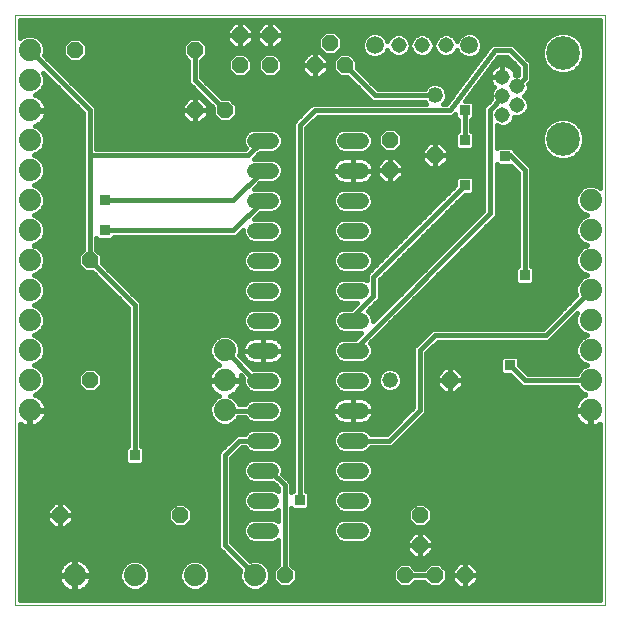
<source format=gbl>
G75*
%MOIN*%
%OFA0B0*%
%FSLAX25Y25*%
%IPPOS*%
%LPD*%
%AMOC8*
5,1,8,0,0,1.08239X$1,22.5*
%
%ADD10C,0.00000*%
%ADD11C,0.05150*%
%ADD12C,0.11220*%
%ADD13OC8,0.05200*%
%ADD14C,0.05200*%
%ADD15C,0.05937*%
%ADD16C,0.07400*%
%ADD17C,0.05200*%
%ADD18C,0.01600*%
%ADD19R,0.03562X0.03562*%
D10*
X0006250Y0001800D02*
X0006250Y0198650D01*
X0203100Y0198650D01*
X0203100Y0001800D01*
X0006250Y0001800D01*
D11*
X0168809Y0165265D03*
X0173533Y0168414D03*
X0168809Y0171564D03*
X0173533Y0174713D03*
X0168809Y0177863D03*
X0149911Y0188414D03*
X0142037Y0188414D03*
X0134163Y0188414D03*
D12*
X0188888Y0185934D03*
X0188888Y0157194D03*
D13*
X0146250Y0151800D03*
X0131250Y0146800D03*
X0131250Y0156800D03*
X0116250Y0181800D03*
X0111250Y0189300D03*
X0106250Y0181800D03*
X0091250Y0181800D03*
X0091250Y0191800D03*
X0081250Y0191800D03*
X0081250Y0181800D03*
X0076250Y0166800D03*
X0066250Y0166800D03*
X0066250Y0186800D03*
X0026250Y0186800D03*
X0031250Y0116800D03*
X0031250Y0076800D03*
X0021250Y0031800D03*
X0061250Y0031800D03*
X0096250Y0011800D03*
X0136250Y0011800D03*
X0146250Y0011800D03*
X0156250Y0011800D03*
X0141250Y0021800D03*
X0141250Y0031800D03*
X0151250Y0076800D03*
D14*
X0121527Y0076682D02*
X0116327Y0076682D01*
X0116327Y0086682D02*
X0121527Y0086682D01*
X0121527Y0096682D02*
X0116327Y0096682D01*
X0116327Y0106682D02*
X0121527Y0106682D01*
X0121527Y0116682D02*
X0116327Y0116682D01*
X0116327Y0126682D02*
X0121527Y0126682D01*
X0121527Y0136682D02*
X0116327Y0136682D01*
X0116327Y0146682D02*
X0121527Y0146682D01*
X0121527Y0156682D02*
X0116327Y0156682D01*
X0091527Y0156682D02*
X0086327Y0156682D01*
X0086327Y0146682D02*
X0091527Y0146682D01*
X0091527Y0136682D02*
X0086327Y0136682D01*
X0086327Y0126682D02*
X0091527Y0126682D01*
X0091527Y0116682D02*
X0086327Y0116682D01*
X0086327Y0106682D02*
X0091527Y0106682D01*
X0091527Y0096682D02*
X0086327Y0096682D01*
X0086327Y0086682D02*
X0091527Y0086682D01*
X0091527Y0076682D02*
X0086327Y0076682D01*
X0086327Y0066682D02*
X0091527Y0066682D01*
X0091527Y0056682D02*
X0086327Y0056682D01*
X0086327Y0046682D02*
X0091527Y0046682D01*
X0091527Y0036682D02*
X0086327Y0036682D01*
X0086327Y0026682D02*
X0091527Y0026682D01*
X0116327Y0026682D02*
X0121527Y0026682D01*
X0121527Y0036682D02*
X0116327Y0036682D01*
X0116327Y0046682D02*
X0121527Y0046682D01*
X0121527Y0056682D02*
X0116327Y0056682D01*
X0116327Y0066682D02*
X0121527Y0066682D01*
D15*
X0126289Y0188414D03*
X0157785Y0188414D03*
D16*
X0198250Y0136800D03*
X0198250Y0126800D03*
X0198250Y0116800D03*
X0198250Y0106800D03*
X0198250Y0096800D03*
X0198250Y0086800D03*
X0198250Y0076800D03*
X0198250Y0066800D03*
X0086250Y0011800D03*
X0066250Y0011800D03*
X0046250Y0011800D03*
X0026250Y0011800D03*
X0011250Y0066800D03*
X0011250Y0076800D03*
X0011250Y0086800D03*
X0011250Y0096800D03*
X0011250Y0106800D03*
X0011250Y0116800D03*
X0011250Y0126800D03*
X0011250Y0136800D03*
X0011250Y0146800D03*
X0011250Y0156800D03*
X0011250Y0166800D03*
X0011250Y0176800D03*
X0011250Y0186800D03*
X0076250Y0086800D03*
X0076250Y0076800D03*
X0076250Y0066800D03*
D17*
X0131250Y0076800D03*
X0146250Y0171800D03*
D18*
X0126250Y0171800D01*
X0116250Y0181800D01*
X0119677Y0184030D02*
X0161423Y0184030D01*
X0160260Y0184711D02*
X0161489Y0185940D01*
X0162154Y0187545D01*
X0162154Y0189283D01*
X0161489Y0190889D01*
X0160260Y0192118D01*
X0158654Y0192783D01*
X0156916Y0192783D01*
X0155311Y0192118D01*
X0154082Y0190889D01*
X0153635Y0189810D01*
X0153281Y0190666D01*
X0152163Y0191784D01*
X0150702Y0192389D01*
X0149121Y0192389D01*
X0147660Y0191784D01*
X0146542Y0190666D01*
X0145974Y0189296D01*
X0145407Y0190666D01*
X0144289Y0191784D01*
X0142828Y0192389D01*
X0141247Y0192389D01*
X0139786Y0191784D01*
X0138668Y0190666D01*
X0138100Y0189296D01*
X0137533Y0190666D01*
X0136415Y0191784D01*
X0134954Y0192389D01*
X0133373Y0192389D01*
X0131912Y0191784D01*
X0130794Y0190666D01*
X0130439Y0189810D01*
X0129993Y0190889D01*
X0128764Y0192118D01*
X0127158Y0192783D01*
X0125420Y0192783D01*
X0123815Y0192118D01*
X0122586Y0190889D01*
X0121921Y0189283D01*
X0121921Y0187545D01*
X0122586Y0185940D01*
X0123815Y0184711D01*
X0125420Y0184046D01*
X0127158Y0184046D01*
X0128764Y0184711D01*
X0129993Y0185940D01*
X0130439Y0187018D01*
X0130794Y0186163D01*
X0131912Y0185045D01*
X0133373Y0184439D01*
X0134954Y0184439D01*
X0136415Y0185045D01*
X0137533Y0186163D01*
X0138100Y0187532D01*
X0138668Y0186163D01*
X0139786Y0185045D01*
X0141247Y0184439D01*
X0142828Y0184439D01*
X0144289Y0185045D01*
X0145407Y0186163D01*
X0145974Y0187532D01*
X0146542Y0186163D01*
X0147660Y0185045D01*
X0149121Y0184439D01*
X0150702Y0184439D01*
X0152163Y0185045D01*
X0153281Y0186163D01*
X0153635Y0187018D01*
X0154082Y0185940D01*
X0155311Y0184711D01*
X0156916Y0184046D01*
X0158654Y0184046D01*
X0160260Y0184711D01*
X0161178Y0185629D02*
X0162622Y0185629D01*
X0162022Y0187227D02*
X0163820Y0187227D01*
X0164050Y0187533D02*
X0150150Y0169000D01*
X0149107Y0169000D01*
X0149641Y0169534D01*
X0150250Y0171004D01*
X0150250Y0172596D01*
X0149641Y0174066D01*
X0148516Y0175191D01*
X0147046Y0175800D01*
X0145454Y0175800D01*
X0143984Y0175191D01*
X0142859Y0174066D01*
X0142832Y0174000D01*
X0127161Y0174000D01*
X0120250Y0180911D01*
X0120250Y0183457D01*
X0117907Y0185800D01*
X0114593Y0185800D01*
X0112250Y0183457D01*
X0112250Y0180143D01*
X0114593Y0177800D01*
X0117139Y0177800D01*
X0125339Y0169600D01*
X0142832Y0169600D01*
X0142859Y0169534D01*
X0143393Y0169000D01*
X0105339Y0169000D01*
X0104050Y0167711D01*
X0099050Y0162711D01*
X0099050Y0039981D01*
X0098889Y0039981D01*
X0098450Y0039542D01*
X0098450Y0042711D01*
X0095453Y0045708D01*
X0095527Y0045886D01*
X0095527Y0047478D01*
X0094918Y0048948D01*
X0093793Y0050073D01*
X0092323Y0050682D01*
X0085532Y0050682D01*
X0084061Y0050073D01*
X0082936Y0048948D01*
X0082327Y0047478D01*
X0082327Y0045886D01*
X0082936Y0044416D01*
X0084061Y0043291D01*
X0085532Y0042682D01*
X0092257Y0042682D01*
X0094050Y0040889D01*
X0094050Y0039816D01*
X0093793Y0040073D01*
X0092323Y0040682D01*
X0085532Y0040682D01*
X0084061Y0040073D01*
X0082936Y0038948D01*
X0082327Y0037478D01*
X0082327Y0035886D01*
X0082936Y0034416D01*
X0084061Y0033291D01*
X0085532Y0032682D01*
X0092323Y0032682D01*
X0093793Y0033291D01*
X0094050Y0033548D01*
X0094050Y0029816D01*
X0093793Y0030073D01*
X0092323Y0030682D01*
X0085532Y0030682D01*
X0084061Y0030073D01*
X0082936Y0028948D01*
X0082327Y0027478D01*
X0082327Y0025886D01*
X0082936Y0024416D01*
X0084061Y0023291D01*
X0085532Y0022682D01*
X0092323Y0022682D01*
X0093793Y0023291D01*
X0094050Y0023548D01*
X0094050Y0015257D01*
X0092250Y0013457D01*
X0092250Y0010143D01*
X0094593Y0007800D01*
X0097907Y0007800D01*
X0100250Y0010143D01*
X0100250Y0013457D01*
X0098450Y0015257D01*
X0098450Y0034058D01*
X0098889Y0033619D01*
X0103611Y0033619D01*
X0104431Y0034439D01*
X0104431Y0039161D01*
X0103611Y0039981D01*
X0103450Y0039981D01*
X0103450Y0160889D01*
X0107161Y0164600D01*
X0150517Y0164600D01*
X0150659Y0164493D01*
X0151406Y0164600D01*
X0152161Y0164600D01*
X0152287Y0164726D01*
X0152463Y0164751D01*
X0152916Y0165355D01*
X0153069Y0165508D01*
X0153069Y0164439D01*
X0153889Y0163619D01*
X0154050Y0163619D01*
X0154050Y0159981D01*
X0153889Y0159981D01*
X0153069Y0159161D01*
X0153069Y0154439D01*
X0153889Y0153619D01*
X0158611Y0153619D01*
X0159431Y0154439D01*
X0159431Y0159161D01*
X0158611Y0159981D01*
X0158450Y0159981D01*
X0158450Y0163619D01*
X0158611Y0163619D01*
X0159431Y0164439D01*
X0159431Y0169161D01*
X0158611Y0169981D01*
X0156386Y0169981D01*
X0167350Y0184600D01*
X0170339Y0184600D01*
X0174050Y0180889D01*
X0174050Y0178688D01*
X0173108Y0178688D01*
X0173076Y0178887D01*
X0172863Y0179542D01*
X0172551Y0180156D01*
X0172146Y0180713D01*
X0171659Y0181200D01*
X0171102Y0181605D01*
X0170488Y0181917D01*
X0169833Y0182130D01*
X0169153Y0182238D01*
X0168809Y0182238D01*
X0168465Y0182238D01*
X0167785Y0182130D01*
X0167130Y0181917D01*
X0166516Y0181605D01*
X0165959Y0181200D01*
X0165472Y0180713D01*
X0165067Y0180156D01*
X0164755Y0179542D01*
X0164542Y0178887D01*
X0164434Y0178207D01*
X0164434Y0177863D01*
X0168809Y0177863D01*
X0168809Y0177863D01*
X0164434Y0177863D01*
X0164434Y0177519D01*
X0164542Y0176839D01*
X0164755Y0176184D01*
X0165067Y0175570D01*
X0165472Y0175013D01*
X0165959Y0174526D01*
X0166070Y0174446D01*
X0165439Y0173815D01*
X0164834Y0172354D01*
X0164834Y0170773D01*
X0164971Y0170442D01*
X0163723Y0169194D01*
X0162434Y0167905D01*
X0162434Y0133300D01*
X0125527Y0096393D01*
X0125527Y0097478D01*
X0124918Y0098948D01*
X0123881Y0099985D01*
X0127927Y0104031D01*
X0127927Y0110366D01*
X0156180Y0138619D01*
X0158611Y0138619D01*
X0159431Y0139439D01*
X0159431Y0144161D01*
X0158611Y0144981D01*
X0153889Y0144981D01*
X0153069Y0144161D01*
X0153069Y0141730D01*
X0124816Y0113477D01*
X0123527Y0112188D01*
X0123527Y0110183D01*
X0122323Y0110682D01*
X0115532Y0110682D01*
X0114061Y0110073D01*
X0112936Y0108948D01*
X0112327Y0107478D01*
X0112327Y0105886D01*
X0112936Y0104416D01*
X0114061Y0103291D01*
X0115532Y0102682D01*
X0120356Y0102682D01*
X0118356Y0100682D01*
X0115532Y0100682D01*
X0114061Y0100073D01*
X0112936Y0098948D01*
X0112327Y0097478D01*
X0112327Y0095886D01*
X0112936Y0094416D01*
X0114061Y0093291D01*
X0115532Y0092682D01*
X0121816Y0092682D01*
X0119816Y0090682D01*
X0115532Y0090682D01*
X0114061Y0090073D01*
X0112936Y0088948D01*
X0112327Y0087478D01*
X0112327Y0085886D01*
X0112936Y0084416D01*
X0114061Y0083291D01*
X0115532Y0082682D01*
X0122323Y0082682D01*
X0123793Y0083291D01*
X0124918Y0084416D01*
X0125527Y0085886D01*
X0125527Y0087478D01*
X0124918Y0088948D01*
X0124611Y0089255D01*
X0165546Y0130189D01*
X0166834Y0131478D01*
X0166834Y0148727D01*
X0167303Y0148258D01*
X0171681Y0148258D01*
X0174050Y0145889D01*
X0174050Y0114981D01*
X0173889Y0114981D01*
X0173069Y0114161D01*
X0173069Y0109439D01*
X0173889Y0108619D01*
X0178611Y0108619D01*
X0179431Y0109439D01*
X0179431Y0114161D01*
X0178611Y0114981D01*
X0178450Y0114981D01*
X0178450Y0147711D01*
X0173450Y0152711D01*
X0172845Y0153316D01*
X0172845Y0153800D01*
X0172025Y0154620D01*
X0167303Y0154620D01*
X0166834Y0154151D01*
X0166834Y0161780D01*
X0168018Y0161290D01*
X0169600Y0161290D01*
X0171061Y0161895D01*
X0172179Y0163013D01*
X0172770Y0164439D01*
X0174324Y0164439D01*
X0175785Y0165045D01*
X0176903Y0166163D01*
X0177508Y0167624D01*
X0177508Y0169205D01*
X0176903Y0170666D01*
X0176005Y0171564D01*
X0176903Y0172462D01*
X0177508Y0173923D01*
X0177508Y0175504D01*
X0177487Y0175556D01*
X0178450Y0176519D01*
X0178450Y0182711D01*
X0177161Y0184000D01*
X0172161Y0189000D01*
X0166983Y0189000D01*
X0166841Y0189107D01*
X0166094Y0189000D01*
X0165339Y0189000D01*
X0165213Y0188874D01*
X0165037Y0188849D01*
X0164584Y0188245D01*
X0164050Y0187711D01*
X0164050Y0187533D01*
X0165019Y0188826D02*
X0162154Y0188826D01*
X0161681Y0190424D02*
X0183464Y0190424D01*
X0182945Y0189905D02*
X0181878Y0187328D01*
X0181878Y0184539D01*
X0182945Y0181963D01*
X0184917Y0179991D01*
X0187493Y0178924D01*
X0190282Y0178924D01*
X0192859Y0179991D01*
X0194831Y0181963D01*
X0195898Y0184539D01*
X0195898Y0187328D01*
X0194831Y0189905D01*
X0192859Y0191877D01*
X0190282Y0192944D01*
X0187493Y0192944D01*
X0184917Y0191877D01*
X0182945Y0189905D01*
X0182498Y0188826D02*
X0172335Y0188826D01*
X0173934Y0187227D02*
X0181878Y0187227D01*
X0181878Y0185629D02*
X0175532Y0185629D01*
X0177131Y0184030D02*
X0182088Y0184030D01*
X0182751Y0182432D02*
X0178450Y0182432D01*
X0178450Y0180833D02*
X0184074Y0180833D01*
X0186742Y0179235D02*
X0178450Y0179235D01*
X0178450Y0177636D02*
X0201250Y0177636D01*
X0201250Y0176038D02*
X0177969Y0176038D01*
X0177508Y0174439D02*
X0201250Y0174439D01*
X0201250Y0172841D02*
X0177060Y0172841D01*
X0176327Y0171242D02*
X0201250Y0171242D01*
X0201250Y0169644D02*
X0177326Y0169644D01*
X0177508Y0168045D02*
X0201250Y0168045D01*
X0201250Y0166447D02*
X0177021Y0166447D01*
X0175311Y0164848D02*
X0201250Y0164848D01*
X0201250Y0163250D02*
X0192586Y0163250D01*
X0192859Y0163137D02*
X0190282Y0164204D01*
X0187493Y0164204D01*
X0184917Y0163137D01*
X0182945Y0161165D01*
X0181878Y0158588D01*
X0181878Y0155799D01*
X0182945Y0153223D01*
X0184917Y0151251D01*
X0187493Y0150183D01*
X0190282Y0150183D01*
X0192859Y0151251D01*
X0194831Y0153223D01*
X0195898Y0155799D01*
X0195898Y0158588D01*
X0194831Y0161165D01*
X0192859Y0163137D01*
X0194344Y0161651D02*
X0201250Y0161651D01*
X0201250Y0160053D02*
X0195291Y0160053D01*
X0195898Y0158454D02*
X0201250Y0158454D01*
X0201250Y0156856D02*
X0195898Y0156856D01*
X0195673Y0155257D02*
X0201250Y0155257D01*
X0201250Y0153659D02*
X0195011Y0153659D01*
X0193668Y0152060D02*
X0201250Y0152060D01*
X0201250Y0150462D02*
X0190954Y0150462D01*
X0186822Y0150462D02*
X0175700Y0150462D01*
X0174101Y0152060D02*
X0184107Y0152060D01*
X0182764Y0153659D02*
X0172845Y0153659D01*
X0171250Y0151800D02*
X0170025Y0151800D01*
X0169664Y0151439D01*
X0171250Y0151800D02*
X0176250Y0146800D01*
X0176250Y0111800D01*
X0179431Y0112097D02*
X0196276Y0112097D01*
X0196994Y0111800D02*
X0195361Y0111124D01*
X0193926Y0109689D01*
X0193150Y0107814D01*
X0193150Y0105786D01*
X0193435Y0105097D01*
X0182339Y0094000D01*
X0145339Y0094000D01*
X0140339Y0089000D01*
X0139050Y0087711D01*
X0139050Y0067711D01*
X0130221Y0058882D01*
X0124945Y0058882D01*
X0124918Y0058948D01*
X0123793Y0060073D01*
X0122323Y0060682D01*
X0115532Y0060682D01*
X0114061Y0060073D01*
X0112936Y0058948D01*
X0112327Y0057478D01*
X0112327Y0055886D01*
X0112936Y0054416D01*
X0114061Y0053291D01*
X0115532Y0052682D01*
X0122323Y0052682D01*
X0123793Y0053291D01*
X0124918Y0054416D01*
X0124945Y0054482D01*
X0132043Y0054482D01*
X0133332Y0055771D01*
X0143450Y0065889D01*
X0143450Y0085889D01*
X0147161Y0089600D01*
X0184161Y0089600D01*
X0185450Y0090889D01*
X0193698Y0099136D01*
X0193150Y0097814D01*
X0193150Y0095786D01*
X0193926Y0093911D01*
X0195361Y0092476D01*
X0196994Y0091800D01*
X0195361Y0091124D01*
X0193926Y0089689D01*
X0193150Y0087814D01*
X0193150Y0085786D01*
X0193926Y0083911D01*
X0195361Y0082476D01*
X0196994Y0081800D01*
X0195361Y0081124D01*
X0193926Y0079689D01*
X0193641Y0079000D01*
X0177161Y0079000D01*
X0174431Y0081730D01*
X0174431Y0084161D01*
X0173611Y0084981D01*
X0168889Y0084981D01*
X0168069Y0084161D01*
X0168069Y0079439D01*
X0168889Y0078619D01*
X0171320Y0078619D01*
X0175339Y0074600D01*
X0193641Y0074600D01*
X0193926Y0073911D01*
X0195361Y0072476D01*
X0196487Y0072010D01*
X0196139Y0071897D01*
X0195367Y0071504D01*
X0194667Y0070995D01*
X0194055Y0070383D01*
X0193546Y0069683D01*
X0193153Y0068911D01*
X0192885Y0068088D01*
X0192750Y0067233D01*
X0192750Y0067000D01*
X0198050Y0067000D01*
X0198050Y0066600D01*
X0198450Y0066600D01*
X0198450Y0061300D01*
X0198683Y0061300D01*
X0199538Y0061435D01*
X0200361Y0061703D01*
X0201133Y0062096D01*
X0201250Y0062181D01*
X0201250Y0003600D01*
X0008050Y0003600D01*
X0008050Y0062327D01*
X0008367Y0062096D01*
X0009139Y0061703D01*
X0009962Y0061435D01*
X0010817Y0061300D01*
X0011050Y0061300D01*
X0011050Y0066600D01*
X0011450Y0066600D01*
X0011450Y0067000D01*
X0016750Y0067000D01*
X0016750Y0067233D01*
X0016615Y0068088D01*
X0016347Y0068911D01*
X0015954Y0069683D01*
X0015445Y0070383D01*
X0014833Y0070995D01*
X0014133Y0071504D01*
X0013361Y0071897D01*
X0013013Y0072010D01*
X0014139Y0072476D01*
X0015574Y0073911D01*
X0016350Y0075786D01*
X0016350Y0077814D01*
X0015574Y0079689D01*
X0014139Y0081124D01*
X0012506Y0081800D01*
X0014139Y0082476D01*
X0015574Y0083911D01*
X0016350Y0085786D01*
X0016350Y0087814D01*
X0015574Y0089689D01*
X0014139Y0091124D01*
X0012506Y0091800D01*
X0014139Y0092476D01*
X0015574Y0093911D01*
X0016350Y0095786D01*
X0016350Y0097814D01*
X0015574Y0099689D01*
X0014139Y0101124D01*
X0012506Y0101800D01*
X0014139Y0102476D01*
X0015574Y0103911D01*
X0016350Y0105786D01*
X0016350Y0107814D01*
X0015574Y0109689D01*
X0014139Y0111124D01*
X0012506Y0111800D01*
X0014139Y0112476D01*
X0015574Y0113911D01*
X0016350Y0115786D01*
X0016350Y0117814D01*
X0015574Y0119689D01*
X0014139Y0121124D01*
X0012506Y0121800D01*
X0014139Y0122476D01*
X0015574Y0123911D01*
X0016350Y0125786D01*
X0016350Y0127814D01*
X0015574Y0129689D01*
X0014139Y0131124D01*
X0012506Y0131800D01*
X0014139Y0132476D01*
X0015574Y0133911D01*
X0016350Y0135786D01*
X0016350Y0137814D01*
X0015574Y0139689D01*
X0014139Y0141124D01*
X0012506Y0141800D01*
X0014139Y0142476D01*
X0015574Y0143911D01*
X0016350Y0145786D01*
X0016350Y0147814D01*
X0015574Y0149689D01*
X0014139Y0151124D01*
X0012506Y0151800D01*
X0014139Y0152476D01*
X0015574Y0153911D01*
X0016350Y0155786D01*
X0016350Y0157814D01*
X0015574Y0159689D01*
X0014139Y0161124D01*
X0013013Y0161590D01*
X0013361Y0161703D01*
X0014133Y0162096D01*
X0014833Y0162605D01*
X0015445Y0163217D01*
X0015954Y0163917D01*
X0016347Y0164689D01*
X0016615Y0165512D01*
X0016750Y0166367D01*
X0016750Y0166600D01*
X0011450Y0166600D01*
X0011450Y0167000D01*
X0016750Y0167000D01*
X0016750Y0167233D01*
X0016615Y0168088D01*
X0016347Y0168911D01*
X0015954Y0169683D01*
X0015445Y0170383D01*
X0014833Y0170995D01*
X0014133Y0171504D01*
X0013361Y0171897D01*
X0013013Y0172010D01*
X0014139Y0172476D01*
X0015574Y0173911D01*
X0016350Y0175786D01*
X0016350Y0177814D01*
X0015802Y0179136D01*
X0029050Y0165889D01*
X0029050Y0120257D01*
X0027250Y0118457D01*
X0027250Y0115143D01*
X0029593Y0112800D01*
X0032139Y0112800D01*
X0044050Y0100889D01*
X0044050Y0054981D01*
X0043889Y0054981D01*
X0043069Y0054161D01*
X0043069Y0049439D01*
X0043889Y0048619D01*
X0048611Y0048619D01*
X0049431Y0049439D01*
X0049431Y0054161D01*
X0048611Y0054981D01*
X0048450Y0054981D01*
X0048450Y0102711D01*
X0047161Y0104000D01*
X0035250Y0115911D01*
X0035250Y0118457D01*
X0033450Y0120257D01*
X0033450Y0124058D01*
X0033889Y0123619D01*
X0038611Y0123619D01*
X0039431Y0124439D01*
X0039431Y0124600D01*
X0079957Y0124600D01*
X0082327Y0126971D01*
X0082327Y0125886D01*
X0082936Y0124416D01*
X0084061Y0123291D01*
X0085532Y0122682D01*
X0092323Y0122682D01*
X0093793Y0123291D01*
X0094918Y0124416D01*
X0095527Y0125886D01*
X0095527Y0127478D01*
X0094918Y0128948D01*
X0093793Y0130073D01*
X0092323Y0130682D01*
X0086038Y0130682D01*
X0088038Y0132682D01*
X0092323Y0132682D01*
X0093793Y0133291D01*
X0094918Y0134416D01*
X0095527Y0135886D01*
X0095527Y0137478D01*
X0094918Y0138948D01*
X0093793Y0140073D01*
X0092323Y0140682D01*
X0086038Y0140682D01*
X0088038Y0142682D01*
X0092323Y0142682D01*
X0093793Y0143291D01*
X0094918Y0144416D01*
X0095527Y0145886D01*
X0095527Y0147478D01*
X0094918Y0148948D01*
X0093793Y0150073D01*
X0092323Y0150682D01*
X0086038Y0150682D01*
X0086245Y0150889D01*
X0088038Y0152682D01*
X0092323Y0152682D01*
X0093793Y0153291D01*
X0094918Y0154416D01*
X0095527Y0155886D01*
X0095527Y0157478D01*
X0094918Y0158948D01*
X0093793Y0160073D01*
X0092323Y0160682D01*
X0085532Y0160682D01*
X0084061Y0160073D01*
X0082936Y0158948D01*
X0082327Y0157478D01*
X0082327Y0155886D01*
X0082936Y0154416D01*
X0083243Y0154109D01*
X0083134Y0154000D01*
X0033450Y0154000D01*
X0033450Y0167711D01*
X0032161Y0169000D01*
X0016065Y0185097D01*
X0016350Y0185786D01*
X0016350Y0187814D01*
X0015574Y0189689D01*
X0014139Y0191124D01*
X0012264Y0191900D01*
X0010236Y0191900D01*
X0008361Y0191124D01*
X0008050Y0190812D01*
X0008050Y0196800D01*
X0201250Y0196800D01*
X0201250Y0141012D01*
X0201139Y0141124D01*
X0199264Y0141900D01*
X0197236Y0141900D01*
X0195361Y0141124D01*
X0193926Y0139689D01*
X0193150Y0137814D01*
X0193150Y0135786D01*
X0193926Y0133911D01*
X0195361Y0132476D01*
X0196994Y0131800D01*
X0195361Y0131124D01*
X0193926Y0129689D01*
X0193150Y0127814D01*
X0193150Y0125786D01*
X0193926Y0123911D01*
X0195361Y0122476D01*
X0196994Y0121800D01*
X0195361Y0121124D01*
X0193926Y0119689D01*
X0193150Y0117814D01*
X0193150Y0115786D01*
X0193926Y0113911D01*
X0195361Y0112476D01*
X0196994Y0111800D01*
X0194736Y0110499D02*
X0179431Y0110499D01*
X0178892Y0108900D02*
X0193600Y0108900D01*
X0193150Y0107302D02*
X0142658Y0107302D01*
X0141060Y0105703D02*
X0193184Y0105703D01*
X0192443Y0104105D02*
X0139461Y0104105D01*
X0137863Y0102506D02*
X0190845Y0102506D01*
X0189246Y0100908D02*
X0136264Y0100908D01*
X0134666Y0099309D02*
X0187648Y0099309D01*
X0186049Y0097711D02*
X0133067Y0097711D01*
X0131469Y0096112D02*
X0184451Y0096112D01*
X0182852Y0094514D02*
X0129870Y0094514D01*
X0128272Y0092915D02*
X0144254Y0092915D01*
X0142655Y0091317D02*
X0126673Y0091317D01*
X0125075Y0089718D02*
X0141057Y0089718D01*
X0139458Y0088120D02*
X0125261Y0088120D01*
X0125527Y0086521D02*
X0139050Y0086521D01*
X0139050Y0084923D02*
X0125128Y0084923D01*
X0123826Y0083324D02*
X0139050Y0083324D01*
X0139050Y0081726D02*
X0103450Y0081726D01*
X0103450Y0083324D02*
X0114028Y0083324D01*
X0112726Y0084923D02*
X0103450Y0084923D01*
X0103450Y0086521D02*
X0112327Y0086521D01*
X0112593Y0088120D02*
X0103450Y0088120D01*
X0103450Y0089718D02*
X0113707Y0089718D01*
X0114968Y0092915D02*
X0103450Y0092915D01*
X0103450Y0091317D02*
X0120451Y0091317D01*
X0118927Y0086682D02*
X0164634Y0132389D01*
X0164634Y0166994D01*
X0168809Y0171169D01*
X0168809Y0171564D01*
X0166063Y0174439D02*
X0159729Y0174439D01*
X0158531Y0172841D02*
X0165036Y0172841D01*
X0164834Y0171242D02*
X0157332Y0171242D01*
X0158948Y0169644D02*
X0164173Y0169644D01*
X0162574Y0168045D02*
X0159431Y0168045D01*
X0159431Y0166447D02*
X0162434Y0166447D01*
X0162434Y0164848D02*
X0159431Y0164848D01*
X0158450Y0163250D02*
X0162434Y0163250D01*
X0162434Y0161651D02*
X0158450Y0161651D01*
X0158450Y0160053D02*
X0162434Y0160053D01*
X0162434Y0158454D02*
X0159431Y0158454D01*
X0159431Y0156856D02*
X0162434Y0156856D01*
X0162434Y0155257D02*
X0159431Y0155257D01*
X0158651Y0153659D02*
X0162434Y0153659D01*
X0162434Y0152060D02*
X0150650Y0152060D01*
X0150650Y0151800D02*
X0150650Y0153623D01*
X0148073Y0156200D01*
X0146250Y0156200D01*
X0146250Y0151800D01*
X0146250Y0151800D01*
X0150650Y0151800D01*
X0146250Y0151800D01*
X0146250Y0151800D01*
X0146250Y0151800D01*
X0141850Y0151800D01*
X0141850Y0153623D01*
X0144427Y0156200D01*
X0146250Y0156200D01*
X0146250Y0151800D01*
X0146250Y0147400D01*
X0148073Y0147400D01*
X0150650Y0149977D01*
X0150650Y0151800D01*
X0150650Y0150462D02*
X0162434Y0150462D01*
X0162434Y0148863D02*
X0149536Y0148863D01*
X0146250Y0148863D02*
X0146250Y0148863D01*
X0146250Y0147400D02*
X0144427Y0147400D01*
X0141850Y0149977D01*
X0141850Y0151800D01*
X0146250Y0151800D01*
X0146250Y0151800D01*
X0146250Y0147400D01*
X0146250Y0150462D02*
X0146250Y0150462D01*
X0146250Y0152060D02*
X0146250Y0152060D01*
X0146250Y0153659D02*
X0146250Y0153659D01*
X0146250Y0155257D02*
X0146250Y0155257D01*
X0143485Y0155257D02*
X0135250Y0155257D01*
X0135250Y0155143D02*
X0132907Y0152800D01*
X0129593Y0152800D01*
X0127250Y0155143D01*
X0127250Y0158457D01*
X0129593Y0160800D01*
X0132907Y0160800D01*
X0135250Y0158457D01*
X0135250Y0155143D01*
X0135250Y0156856D02*
X0153069Y0156856D01*
X0153069Y0158454D02*
X0135250Y0158454D01*
X0133654Y0160053D02*
X0154050Y0160053D01*
X0154050Y0161651D02*
X0104212Y0161651D01*
X0103450Y0160053D02*
X0114041Y0160053D01*
X0114061Y0160073D02*
X0112936Y0158948D01*
X0112327Y0157478D01*
X0112327Y0155886D01*
X0112936Y0154416D01*
X0114061Y0153291D01*
X0115532Y0152682D01*
X0122323Y0152682D01*
X0123793Y0153291D01*
X0124918Y0154416D01*
X0125527Y0155886D01*
X0125527Y0157478D01*
X0124918Y0158948D01*
X0123793Y0160073D01*
X0122323Y0160682D01*
X0115532Y0160682D01*
X0114061Y0160073D01*
X0112732Y0158454D02*
X0103450Y0158454D01*
X0103450Y0156856D02*
X0112327Y0156856D01*
X0112588Y0155257D02*
X0103450Y0155257D01*
X0103450Y0153659D02*
X0113694Y0153659D01*
X0114638Y0150760D02*
X0114021Y0150445D01*
X0113461Y0150038D01*
X0112971Y0149548D01*
X0112564Y0148988D01*
X0112250Y0148371D01*
X0112036Y0147712D01*
X0111927Y0147028D01*
X0111927Y0146682D01*
X0118927Y0146682D01*
X0118927Y0146682D01*
X0118927Y0151082D01*
X0115981Y0151082D01*
X0115297Y0150974D01*
X0114638Y0150760D01*
X0114053Y0150462D02*
X0103450Y0150462D01*
X0103450Y0152060D02*
X0141850Y0152060D01*
X0141850Y0150462D02*
X0133811Y0150462D01*
X0133073Y0151200D02*
X0131250Y0151200D01*
X0131250Y0146800D01*
X0131250Y0146800D01*
X0135650Y0146800D01*
X0135650Y0148623D01*
X0133073Y0151200D01*
X0131250Y0151200D02*
X0129427Y0151200D01*
X0126850Y0148623D01*
X0126850Y0146800D01*
X0131250Y0146800D01*
X0131250Y0146800D01*
X0131250Y0146800D01*
X0131250Y0151200D01*
X0131250Y0150462D02*
X0131250Y0150462D01*
X0131250Y0148863D02*
X0131250Y0148863D01*
X0131250Y0147265D02*
X0131250Y0147265D01*
X0131250Y0146800D02*
X0126850Y0146800D01*
X0126850Y0144977D01*
X0129427Y0142400D01*
X0131250Y0142400D01*
X0133073Y0142400D01*
X0135650Y0144977D01*
X0135650Y0146800D01*
X0131250Y0146800D01*
X0131250Y0142400D01*
X0131250Y0146800D01*
X0131250Y0146800D01*
X0131250Y0145666D02*
X0131250Y0145666D01*
X0131250Y0144068D02*
X0131250Y0144068D01*
X0131250Y0142469D02*
X0131250Y0142469D01*
X0133142Y0142469D02*
X0153069Y0142469D01*
X0153069Y0144068D02*
X0134740Y0144068D01*
X0135650Y0145666D02*
X0162434Y0145666D01*
X0162434Y0144068D02*
X0159431Y0144068D01*
X0159431Y0142469D02*
X0162434Y0142469D01*
X0162434Y0140870D02*
X0159431Y0140870D01*
X0159264Y0139272D02*
X0162434Y0139272D01*
X0162434Y0137673D02*
X0155235Y0137673D01*
X0153636Y0136075D02*
X0162434Y0136075D01*
X0162434Y0134476D02*
X0152038Y0134476D01*
X0150439Y0132878D02*
X0162012Y0132878D01*
X0160413Y0131279D02*
X0148841Y0131279D01*
X0147242Y0129681D02*
X0158815Y0129681D01*
X0157216Y0128082D02*
X0145644Y0128082D01*
X0144045Y0126484D02*
X0155618Y0126484D01*
X0154019Y0124885D02*
X0142447Y0124885D01*
X0140848Y0123287D02*
X0152421Y0123287D01*
X0150822Y0121688D02*
X0139250Y0121688D01*
X0137651Y0120090D02*
X0149224Y0120090D01*
X0147625Y0118491D02*
X0136053Y0118491D01*
X0134454Y0116893D02*
X0146027Y0116893D01*
X0144428Y0115294D02*
X0132856Y0115294D01*
X0131257Y0113696D02*
X0142830Y0113696D01*
X0141231Y0112097D02*
X0129659Y0112097D01*
X0128060Y0110499D02*
X0139633Y0110499D01*
X0138034Y0108900D02*
X0127927Y0108900D01*
X0127927Y0107302D02*
X0136436Y0107302D01*
X0134837Y0105703D02*
X0127927Y0105703D01*
X0127927Y0104105D02*
X0133239Y0104105D01*
X0131640Y0102506D02*
X0126402Y0102506D01*
X0124804Y0100908D02*
X0130042Y0100908D01*
X0128443Y0099309D02*
X0124557Y0099309D01*
X0125431Y0097711D02*
X0126845Y0097711D01*
X0120180Y0102506D02*
X0103450Y0102506D01*
X0103450Y0100908D02*
X0118581Y0100908D01*
X0118927Y0098142D02*
X0125727Y0104942D01*
X0125727Y0111277D01*
X0156250Y0141800D01*
X0152209Y0140870D02*
X0103450Y0140870D01*
X0103450Y0139272D02*
X0113260Y0139272D01*
X0112936Y0138948D02*
X0112327Y0137478D01*
X0112327Y0135886D01*
X0112936Y0134416D01*
X0114061Y0133291D01*
X0115532Y0132682D01*
X0122323Y0132682D01*
X0123793Y0133291D01*
X0124918Y0134416D01*
X0125527Y0135886D01*
X0125527Y0137478D01*
X0124918Y0138948D01*
X0123793Y0140073D01*
X0122323Y0140682D01*
X0115532Y0140682D01*
X0114061Y0140073D01*
X0112936Y0138948D01*
X0112408Y0137673D02*
X0103450Y0137673D01*
X0103450Y0136075D02*
X0112327Y0136075D01*
X0112911Y0134476D02*
X0103450Y0134476D01*
X0103450Y0132878D02*
X0115058Y0132878D01*
X0115532Y0130682D02*
X0114061Y0130073D01*
X0112936Y0128948D01*
X0112327Y0127478D01*
X0112327Y0125886D01*
X0112936Y0124416D01*
X0114061Y0123291D01*
X0115532Y0122682D01*
X0122323Y0122682D01*
X0123793Y0123291D01*
X0124918Y0124416D01*
X0125527Y0125886D01*
X0125527Y0127478D01*
X0124918Y0128948D01*
X0123793Y0130073D01*
X0122323Y0130682D01*
X0115532Y0130682D01*
X0113669Y0129681D02*
X0103450Y0129681D01*
X0103450Y0131279D02*
X0142618Y0131279D01*
X0141020Y0129681D02*
X0124185Y0129681D01*
X0125277Y0128082D02*
X0139421Y0128082D01*
X0137823Y0126484D02*
X0125527Y0126484D01*
X0125113Y0124885D02*
X0136224Y0124885D01*
X0134626Y0123287D02*
X0123783Y0123287D01*
X0122323Y0120682D02*
X0123793Y0120073D01*
X0124918Y0118948D01*
X0125527Y0117478D01*
X0125527Y0115886D01*
X0124918Y0114416D01*
X0123793Y0113291D01*
X0122323Y0112682D01*
X0115532Y0112682D01*
X0114061Y0113291D01*
X0112936Y0114416D01*
X0112327Y0115886D01*
X0112327Y0117478D01*
X0112936Y0118948D01*
X0114061Y0120073D01*
X0115532Y0120682D01*
X0122323Y0120682D01*
X0123752Y0120090D02*
X0131429Y0120090D01*
X0133027Y0121688D02*
X0103450Y0121688D01*
X0103450Y0120090D02*
X0114102Y0120090D01*
X0112747Y0118491D02*
X0103450Y0118491D01*
X0103450Y0116893D02*
X0112327Y0116893D01*
X0112572Y0115294D02*
X0103450Y0115294D01*
X0103450Y0113696D02*
X0113656Y0113696D01*
X0115089Y0110499D02*
X0103450Y0110499D01*
X0103450Y0112097D02*
X0123527Y0112097D01*
X0123527Y0110499D02*
X0122765Y0110499D01*
X0124198Y0113696D02*
X0125035Y0113696D01*
X0125282Y0115294D02*
X0126633Y0115294D01*
X0125527Y0116893D02*
X0128232Y0116893D01*
X0129830Y0118491D02*
X0125107Y0118491D01*
X0114071Y0123287D02*
X0103450Y0123287D01*
X0103450Y0124885D02*
X0112742Y0124885D01*
X0112327Y0126484D02*
X0103450Y0126484D01*
X0103450Y0128082D02*
X0112578Y0128082D01*
X0122796Y0132878D02*
X0144217Y0132878D01*
X0145815Y0134476D02*
X0124943Y0134476D01*
X0125527Y0136075D02*
X0147414Y0136075D01*
X0149012Y0137673D02*
X0125446Y0137673D01*
X0124594Y0139272D02*
X0150611Y0139272D01*
X0142964Y0148863D02*
X0135409Y0148863D01*
X0135650Y0147265D02*
X0162434Y0147265D01*
X0166834Y0147265D02*
X0172674Y0147265D01*
X0174050Y0145666D02*
X0166834Y0145666D01*
X0166834Y0144068D02*
X0174050Y0144068D01*
X0174050Y0142469D02*
X0166834Y0142469D01*
X0166834Y0140870D02*
X0174050Y0140870D01*
X0174050Y0139272D02*
X0166834Y0139272D01*
X0166834Y0137673D02*
X0174050Y0137673D01*
X0174050Y0136075D02*
X0166834Y0136075D01*
X0166834Y0134476D02*
X0174050Y0134476D01*
X0174050Y0132878D02*
X0166834Y0132878D01*
X0166636Y0131279D02*
X0174050Y0131279D01*
X0174050Y0129681D02*
X0165037Y0129681D01*
X0163439Y0128082D02*
X0174050Y0128082D01*
X0174050Y0126484D02*
X0161840Y0126484D01*
X0160242Y0124885D02*
X0174050Y0124885D01*
X0174050Y0123287D02*
X0158643Y0123287D01*
X0157045Y0121688D02*
X0174050Y0121688D01*
X0174050Y0120090D02*
X0155446Y0120090D01*
X0153848Y0118491D02*
X0174050Y0118491D01*
X0174050Y0116893D02*
X0152249Y0116893D01*
X0150651Y0115294D02*
X0174050Y0115294D01*
X0173069Y0113696D02*
X0149052Y0113696D01*
X0147454Y0112097D02*
X0173069Y0112097D01*
X0173069Y0110499D02*
X0145855Y0110499D01*
X0144257Y0108900D02*
X0173608Y0108900D01*
X0179431Y0113696D02*
X0194142Y0113696D01*
X0193353Y0115294D02*
X0178450Y0115294D01*
X0178450Y0116893D02*
X0193150Y0116893D01*
X0193430Y0118491D02*
X0178450Y0118491D01*
X0178450Y0120090D02*
X0194327Y0120090D01*
X0194551Y0123287D02*
X0178450Y0123287D01*
X0178450Y0124885D02*
X0193523Y0124885D01*
X0193150Y0126484D02*
X0178450Y0126484D01*
X0178450Y0128082D02*
X0193261Y0128082D01*
X0193923Y0129681D02*
X0178450Y0129681D01*
X0178450Y0131279D02*
X0195737Y0131279D01*
X0194960Y0132878D02*
X0178450Y0132878D01*
X0178450Y0134476D02*
X0193692Y0134476D01*
X0193150Y0136075D02*
X0178450Y0136075D01*
X0178450Y0137673D02*
X0193150Y0137673D01*
X0193754Y0139272D02*
X0178450Y0139272D01*
X0178450Y0140870D02*
X0195108Y0140870D01*
X0201250Y0142469D02*
X0178450Y0142469D01*
X0178450Y0144068D02*
X0201250Y0144068D01*
X0201250Y0145666D02*
X0178450Y0145666D01*
X0178450Y0147265D02*
X0201250Y0147265D01*
X0201250Y0148863D02*
X0177298Y0148863D01*
X0182102Y0155257D02*
X0166834Y0155257D01*
X0166834Y0156856D02*
X0181878Y0156856D01*
X0181878Y0158454D02*
X0166834Y0158454D01*
X0166834Y0160053D02*
X0182484Y0160053D01*
X0183431Y0161651D02*
X0170472Y0161651D01*
X0172277Y0163250D02*
X0185190Y0163250D01*
X0173533Y0174713D02*
X0176250Y0177430D01*
X0176250Y0181800D01*
X0171250Y0186800D01*
X0166250Y0186800D01*
X0151250Y0166800D01*
X0106250Y0166800D01*
X0101250Y0161800D01*
X0101250Y0036800D01*
X0098738Y0033770D02*
X0098450Y0033770D01*
X0098450Y0032172D02*
X0137250Y0032172D01*
X0137250Y0033457D02*
X0137250Y0030143D01*
X0139593Y0027800D01*
X0142907Y0027800D01*
X0145250Y0030143D01*
X0145250Y0033457D01*
X0142907Y0035800D01*
X0139593Y0035800D01*
X0137250Y0033457D01*
X0137563Y0033770D02*
X0124272Y0033770D01*
X0123793Y0033291D02*
X0124918Y0034416D01*
X0125527Y0035886D01*
X0125527Y0037478D01*
X0124918Y0038948D01*
X0123793Y0040073D01*
X0122323Y0040682D01*
X0115532Y0040682D01*
X0114061Y0040073D01*
X0112936Y0038948D01*
X0112327Y0037478D01*
X0112327Y0035886D01*
X0112936Y0034416D01*
X0114061Y0033291D01*
X0115532Y0032682D01*
X0122323Y0032682D01*
X0123793Y0033291D01*
X0125313Y0035369D02*
X0139162Y0035369D01*
X0143338Y0035369D02*
X0201250Y0035369D01*
X0201250Y0036967D02*
X0125527Y0036967D01*
X0125076Y0038566D02*
X0201250Y0038566D01*
X0201250Y0040164D02*
X0123572Y0040164D01*
X0122323Y0042682D02*
X0123793Y0043291D01*
X0124918Y0044416D01*
X0125527Y0045886D01*
X0125527Y0047478D01*
X0124918Y0048948D01*
X0123793Y0050073D01*
X0122323Y0050682D01*
X0115532Y0050682D01*
X0114061Y0050073D01*
X0112936Y0048948D01*
X0112327Y0047478D01*
X0112327Y0045886D01*
X0112936Y0044416D01*
X0114061Y0043291D01*
X0115532Y0042682D01*
X0122323Y0042682D01*
X0123863Y0043361D02*
X0201250Y0043361D01*
X0201250Y0041763D02*
X0103450Y0041763D01*
X0103450Y0043361D02*
X0113991Y0043361D01*
X0112711Y0044960D02*
X0103450Y0044960D01*
X0103450Y0046558D02*
X0112327Y0046558D01*
X0112609Y0048157D02*
X0103450Y0048157D01*
X0103450Y0049755D02*
X0113744Y0049755D01*
X0114879Y0052952D02*
X0103450Y0052952D01*
X0103450Y0051354D02*
X0201250Y0051354D01*
X0201250Y0052952D02*
X0122976Y0052952D01*
X0124111Y0049755D02*
X0201250Y0049755D01*
X0201250Y0048157D02*
X0125246Y0048157D01*
X0125527Y0046558D02*
X0201250Y0046558D01*
X0201250Y0044960D02*
X0125143Y0044960D01*
X0132112Y0054551D02*
X0201250Y0054551D01*
X0201250Y0056149D02*
X0133711Y0056149D01*
X0135309Y0057748D02*
X0201250Y0057748D01*
X0201250Y0059346D02*
X0136908Y0059346D01*
X0138506Y0060945D02*
X0201250Y0060945D01*
X0198050Y0061300D02*
X0198050Y0066600D01*
X0192750Y0066600D01*
X0192750Y0066367D01*
X0192885Y0065512D01*
X0193153Y0064689D01*
X0193546Y0063917D01*
X0194055Y0063217D01*
X0194667Y0062605D01*
X0195367Y0062096D01*
X0196139Y0061703D01*
X0196962Y0061435D01*
X0197817Y0061300D01*
X0198050Y0061300D01*
X0198050Y0062543D02*
X0198450Y0062543D01*
X0198450Y0064142D02*
X0198050Y0064142D01*
X0198050Y0065740D02*
X0198450Y0065740D01*
X0194752Y0062543D02*
X0140105Y0062543D01*
X0141703Y0064142D02*
X0193432Y0064142D01*
X0192849Y0065740D02*
X0143302Y0065740D01*
X0143450Y0067339D02*
X0192767Y0067339D01*
X0193166Y0068937D02*
X0143450Y0068937D01*
X0143450Y0070536D02*
X0194208Y0070536D01*
X0196187Y0072134D02*
X0143450Y0072134D01*
X0143450Y0073733D02*
X0148094Y0073733D01*
X0146850Y0074977D02*
X0146850Y0076800D01*
X0151250Y0076800D01*
X0155650Y0076800D01*
X0155650Y0078623D01*
X0153073Y0081200D01*
X0151250Y0081200D01*
X0151250Y0076800D01*
X0151250Y0076800D01*
X0151250Y0076800D01*
X0155650Y0076800D01*
X0155650Y0074977D01*
X0153073Y0072400D01*
X0151250Y0072400D01*
X0151250Y0076800D01*
X0151250Y0076800D01*
X0151250Y0076800D01*
X0151250Y0081200D01*
X0149427Y0081200D01*
X0146850Y0078623D01*
X0146850Y0076800D01*
X0151250Y0076800D01*
X0151250Y0072400D01*
X0149427Y0072400D01*
X0146850Y0074977D01*
X0146850Y0075332D02*
X0143450Y0075332D01*
X0143450Y0076930D02*
X0146850Y0076930D01*
X0146850Y0078529D02*
X0143450Y0078529D01*
X0143450Y0080127D02*
X0148355Y0080127D01*
X0151250Y0080127D02*
X0151250Y0080127D01*
X0151250Y0078529D02*
X0151250Y0078529D01*
X0151250Y0076930D02*
X0151250Y0076930D01*
X0151250Y0075332D02*
X0151250Y0075332D01*
X0151250Y0073733D02*
X0151250Y0073733D01*
X0154406Y0073733D02*
X0194104Y0073733D01*
X0198250Y0076800D02*
X0176250Y0076800D01*
X0171250Y0081800D01*
X0168069Y0081726D02*
X0143450Y0081726D01*
X0143450Y0083324D02*
X0168069Y0083324D01*
X0168830Y0084923D02*
X0143450Y0084923D01*
X0144082Y0086521D02*
X0193150Y0086521D01*
X0193276Y0088120D02*
X0145681Y0088120D01*
X0146250Y0091800D02*
X0141250Y0086800D01*
X0141250Y0066800D01*
X0131132Y0056682D01*
X0118927Y0056682D01*
X0118927Y0062282D02*
X0115981Y0062282D01*
X0115297Y0062390D01*
X0114638Y0062604D01*
X0114021Y0062919D01*
X0113461Y0063326D01*
X0112971Y0063815D01*
X0112564Y0064376D01*
X0112250Y0064993D01*
X0112036Y0065652D01*
X0111927Y0066336D01*
X0111927Y0066682D01*
X0118927Y0066682D01*
X0118927Y0066682D01*
X0118927Y0071082D01*
X0115981Y0071082D01*
X0115297Y0070974D01*
X0114638Y0070760D01*
X0114021Y0070445D01*
X0113461Y0070038D01*
X0112971Y0069548D01*
X0112564Y0068988D01*
X0112250Y0068371D01*
X0112036Y0067712D01*
X0111927Y0067028D01*
X0111927Y0066682D01*
X0118927Y0066682D01*
X0118927Y0066682D01*
X0118927Y0071082D01*
X0121873Y0071082D01*
X0122557Y0070974D01*
X0123216Y0070760D01*
X0123833Y0070445D01*
X0124394Y0070038D01*
X0124883Y0069548D01*
X0125290Y0068988D01*
X0125605Y0068371D01*
X0125819Y0067712D01*
X0125927Y0067028D01*
X0125927Y0066682D01*
X0118927Y0066682D01*
X0118927Y0066682D01*
X0118927Y0062282D01*
X0121873Y0062282D01*
X0122557Y0062390D01*
X0123216Y0062604D01*
X0123833Y0062919D01*
X0124394Y0063326D01*
X0124883Y0063815D01*
X0125290Y0064376D01*
X0125605Y0064993D01*
X0125819Y0065652D01*
X0125927Y0066336D01*
X0125927Y0066682D01*
X0118927Y0066682D01*
X0118927Y0066682D01*
X0118927Y0062282D01*
X0118927Y0062543D02*
X0118927Y0062543D01*
X0118927Y0064142D02*
X0118927Y0064142D01*
X0118927Y0065740D02*
X0118927Y0065740D01*
X0118927Y0067339D02*
X0118927Y0067339D01*
X0118927Y0068937D02*
X0118927Y0068937D01*
X0118927Y0070536D02*
X0118927Y0070536D01*
X0115532Y0072682D02*
X0114061Y0073291D01*
X0112936Y0074416D01*
X0112327Y0075886D01*
X0112327Y0077478D01*
X0112936Y0078948D01*
X0114061Y0080073D01*
X0115532Y0080682D01*
X0122323Y0080682D01*
X0123793Y0080073D01*
X0124918Y0078948D01*
X0125527Y0077478D01*
X0125527Y0075886D01*
X0124918Y0074416D01*
X0123793Y0073291D01*
X0122323Y0072682D01*
X0115532Y0072682D01*
X0113619Y0073733D02*
X0103450Y0073733D01*
X0103450Y0072134D02*
X0139050Y0072134D01*
X0139050Y0070536D02*
X0123655Y0070536D01*
X0125316Y0068937D02*
X0139050Y0068937D01*
X0138678Y0067339D02*
X0125878Y0067339D01*
X0125833Y0065740D02*
X0137079Y0065740D01*
X0135481Y0064142D02*
X0125120Y0064142D01*
X0123029Y0062543D02*
X0133882Y0062543D01*
X0132284Y0060945D02*
X0103450Y0060945D01*
X0103450Y0062543D02*
X0114825Y0062543D01*
X0112734Y0064142D02*
X0103450Y0064142D01*
X0103450Y0065740D02*
X0112021Y0065740D01*
X0111976Y0067339D02*
X0103450Y0067339D01*
X0103450Y0068937D02*
X0112538Y0068937D01*
X0114199Y0070536D02*
X0103450Y0070536D01*
X0099050Y0070536D02*
X0092675Y0070536D01*
X0092323Y0070682D02*
X0093793Y0070073D01*
X0094918Y0068948D01*
X0095527Y0067478D01*
X0095527Y0065886D01*
X0094918Y0064416D01*
X0093793Y0063291D01*
X0092323Y0062682D01*
X0085532Y0062682D01*
X0084061Y0063291D01*
X0082936Y0064416D01*
X0082909Y0064482D01*
X0082012Y0064482D01*
X0081990Y0064460D01*
X0081105Y0064482D01*
X0080810Y0064482D01*
X0080574Y0063911D01*
X0079139Y0062476D01*
X0077264Y0061700D01*
X0075236Y0061700D01*
X0073361Y0062476D01*
X0071926Y0063911D01*
X0071150Y0065786D01*
X0071150Y0067814D01*
X0071926Y0069689D01*
X0073361Y0071124D01*
X0074487Y0071590D01*
X0074139Y0071703D01*
X0073367Y0072096D01*
X0072667Y0072605D01*
X0072055Y0073217D01*
X0071546Y0073917D01*
X0071153Y0074689D01*
X0070885Y0075512D01*
X0070750Y0076367D01*
X0070750Y0076600D01*
X0076050Y0076600D01*
X0076050Y0077000D01*
X0070750Y0077000D01*
X0070750Y0077233D01*
X0070885Y0078088D01*
X0071153Y0078911D01*
X0071546Y0079683D01*
X0072055Y0080383D01*
X0072667Y0080995D01*
X0073367Y0081504D01*
X0074139Y0081897D01*
X0074487Y0082010D01*
X0073361Y0082476D01*
X0071926Y0083911D01*
X0071150Y0085786D01*
X0071150Y0087814D01*
X0071926Y0089689D01*
X0073361Y0091124D01*
X0075236Y0091900D01*
X0077264Y0091900D01*
X0079139Y0091124D01*
X0080574Y0089689D01*
X0081350Y0087814D01*
X0081350Y0085786D01*
X0081065Y0085097D01*
X0085495Y0080667D01*
X0085532Y0080682D01*
X0092323Y0080682D01*
X0093793Y0080073D01*
X0094918Y0078948D01*
X0095527Y0077478D01*
X0095527Y0075886D01*
X0094918Y0074416D01*
X0093793Y0073291D01*
X0092323Y0072682D01*
X0085532Y0072682D01*
X0084061Y0073291D01*
X0082936Y0074416D01*
X0082327Y0075886D01*
X0082327Y0077478D01*
X0082366Y0077572D01*
X0081501Y0078438D01*
X0081615Y0078088D01*
X0081750Y0077233D01*
X0081750Y0077000D01*
X0076450Y0077000D01*
X0076450Y0076600D01*
X0081750Y0076600D01*
X0081750Y0076367D01*
X0081615Y0075512D01*
X0081347Y0074689D01*
X0080954Y0073917D01*
X0080445Y0073217D01*
X0079833Y0072605D01*
X0079133Y0072096D01*
X0078361Y0071703D01*
X0078013Y0071590D01*
X0079139Y0071124D01*
X0080574Y0069689D01*
X0080905Y0068888D01*
X0081158Y0068882D01*
X0082909Y0068882D01*
X0082936Y0068948D01*
X0084061Y0070073D01*
X0085532Y0070682D01*
X0092323Y0070682D01*
X0094922Y0068937D02*
X0099050Y0068937D01*
X0099050Y0067339D02*
X0095527Y0067339D01*
X0095467Y0065740D02*
X0099050Y0065740D01*
X0099050Y0064142D02*
X0094644Y0064142D01*
X0093793Y0060073D02*
X0092323Y0060682D01*
X0085532Y0060682D01*
X0084061Y0060073D01*
X0082936Y0058948D01*
X0082909Y0058882D01*
X0080221Y0058882D01*
X0074050Y0052711D01*
X0074050Y0020889D01*
X0075339Y0019600D01*
X0081435Y0013503D01*
X0081150Y0012814D01*
X0081150Y0010786D01*
X0081926Y0008911D01*
X0083361Y0007476D01*
X0085236Y0006700D01*
X0087264Y0006700D01*
X0089139Y0007476D01*
X0090574Y0008911D01*
X0091350Y0010786D01*
X0091350Y0012814D01*
X0090574Y0014689D01*
X0089139Y0016124D01*
X0087264Y0016900D01*
X0085236Y0016900D01*
X0084547Y0016615D01*
X0078450Y0022711D01*
X0078450Y0050889D01*
X0082043Y0054482D01*
X0082909Y0054482D01*
X0082936Y0054416D01*
X0084061Y0053291D01*
X0085532Y0052682D01*
X0092323Y0052682D01*
X0093793Y0053291D01*
X0094918Y0054416D01*
X0095527Y0055886D01*
X0095527Y0057478D01*
X0094918Y0058948D01*
X0093793Y0060073D01*
X0094519Y0059346D02*
X0099050Y0059346D01*
X0099050Y0057748D02*
X0095415Y0057748D01*
X0095527Y0056149D02*
X0099050Y0056149D01*
X0099050Y0054551D02*
X0094974Y0054551D01*
X0092976Y0052952D02*
X0099050Y0052952D01*
X0099050Y0051354D02*
X0078915Y0051354D01*
X0078450Y0049755D02*
X0083744Y0049755D01*
X0082609Y0048157D02*
X0078450Y0048157D01*
X0078450Y0046558D02*
X0082327Y0046558D01*
X0082711Y0044960D02*
X0078450Y0044960D01*
X0078450Y0043361D02*
X0083991Y0043361D01*
X0084282Y0040164D02*
X0078450Y0040164D01*
X0078450Y0038566D02*
X0082778Y0038566D01*
X0082327Y0036967D02*
X0078450Y0036967D01*
X0078450Y0035369D02*
X0082542Y0035369D01*
X0083582Y0033770D02*
X0078450Y0033770D01*
X0078450Y0032172D02*
X0094050Y0032172D01*
X0094050Y0030573D02*
X0092585Y0030573D01*
X0098450Y0030573D02*
X0115269Y0030573D01*
X0115532Y0030682D02*
X0114061Y0030073D01*
X0112936Y0028948D01*
X0112327Y0027478D01*
X0112327Y0025886D01*
X0112936Y0024416D01*
X0114061Y0023291D01*
X0115532Y0022682D01*
X0122323Y0022682D01*
X0123793Y0023291D01*
X0124918Y0024416D01*
X0125527Y0025886D01*
X0125527Y0027478D01*
X0124918Y0028948D01*
X0123793Y0030073D01*
X0122323Y0030682D01*
X0115532Y0030682D01*
X0112963Y0028975D02*
X0098450Y0028975D01*
X0098450Y0027376D02*
X0112327Y0027376D01*
X0112372Y0025778D02*
X0098450Y0025778D01*
X0098450Y0024179D02*
X0113173Y0024179D01*
X0113582Y0033770D02*
X0103762Y0033770D01*
X0104431Y0035369D02*
X0112542Y0035369D01*
X0112327Y0036967D02*
X0104431Y0036967D01*
X0104431Y0038566D02*
X0112778Y0038566D01*
X0114282Y0040164D02*
X0103450Y0040164D01*
X0099050Y0040164D02*
X0098450Y0040164D01*
X0098450Y0041763D02*
X0099050Y0041763D01*
X0099050Y0043361D02*
X0097800Y0043361D01*
X0099050Y0044960D02*
X0096201Y0044960D01*
X0095527Y0046558D02*
X0099050Y0046558D01*
X0099050Y0048157D02*
X0095246Y0048157D01*
X0094111Y0049755D02*
X0099050Y0049755D01*
X0103450Y0054551D02*
X0112880Y0054551D01*
X0112327Y0056149D02*
X0103450Y0056149D01*
X0103450Y0057748D02*
X0112439Y0057748D01*
X0113335Y0059346D02*
X0103450Y0059346D01*
X0099050Y0060945D02*
X0048450Y0060945D01*
X0048450Y0062543D02*
X0073294Y0062543D01*
X0071831Y0064142D02*
X0048450Y0064142D01*
X0048450Y0065740D02*
X0071169Y0065740D01*
X0071150Y0067339D02*
X0048450Y0067339D01*
X0048450Y0068937D02*
X0071615Y0068937D01*
X0072773Y0070536D02*
X0048450Y0070536D01*
X0048450Y0072134D02*
X0073314Y0072134D01*
X0071680Y0073733D02*
X0048450Y0073733D01*
X0048450Y0075332D02*
X0070944Y0075332D01*
X0071029Y0078529D02*
X0048450Y0078529D01*
X0048450Y0080127D02*
X0071869Y0080127D01*
X0073802Y0081726D02*
X0048450Y0081726D01*
X0048450Y0083324D02*
X0072513Y0083324D01*
X0071507Y0084923D02*
X0048450Y0084923D01*
X0048450Y0086521D02*
X0071150Y0086521D01*
X0071276Y0088120D02*
X0048450Y0088120D01*
X0048450Y0089718D02*
X0071956Y0089718D01*
X0073827Y0091317D02*
X0048450Y0091317D01*
X0048450Y0092915D02*
X0084968Y0092915D01*
X0085532Y0092682D02*
X0092323Y0092682D01*
X0093793Y0093291D01*
X0094918Y0094416D01*
X0095527Y0095886D01*
X0095527Y0097478D01*
X0094918Y0098948D01*
X0093793Y0100073D01*
X0092323Y0100682D01*
X0085532Y0100682D01*
X0084061Y0100073D01*
X0082936Y0098948D01*
X0082327Y0097478D01*
X0082327Y0095886D01*
X0082936Y0094416D01*
X0084061Y0093291D01*
X0085532Y0092682D01*
X0085981Y0091082D02*
X0085297Y0090974D01*
X0084638Y0090760D01*
X0084021Y0090445D01*
X0083461Y0090038D01*
X0082971Y0089548D01*
X0082564Y0088988D01*
X0082250Y0088371D01*
X0082036Y0087712D01*
X0081927Y0087028D01*
X0081927Y0086682D01*
X0088927Y0086682D01*
X0088927Y0086682D01*
X0088927Y0091082D01*
X0085981Y0091082D01*
X0088927Y0091082D02*
X0088927Y0086682D01*
X0088927Y0086682D01*
X0081927Y0086682D01*
X0081927Y0086336D01*
X0082036Y0085652D01*
X0082250Y0084993D01*
X0082564Y0084376D01*
X0082971Y0083815D01*
X0083461Y0083326D01*
X0084021Y0082919D01*
X0084638Y0082604D01*
X0085297Y0082390D01*
X0085981Y0082282D01*
X0088927Y0082282D01*
X0088927Y0086682D01*
X0088927Y0086682D01*
X0095927Y0086682D01*
X0095927Y0087028D01*
X0095819Y0087712D01*
X0095605Y0088371D01*
X0095290Y0088988D01*
X0094883Y0089548D01*
X0094394Y0090038D01*
X0093833Y0090445D01*
X0093216Y0090760D01*
X0092557Y0090974D01*
X0091873Y0091082D01*
X0088927Y0091082D01*
X0088927Y0089718D02*
X0088927Y0089718D01*
X0088927Y0088120D02*
X0088927Y0088120D01*
X0088927Y0086682D02*
X0088927Y0086682D01*
X0088927Y0082282D01*
X0091873Y0082282D01*
X0092557Y0082390D01*
X0093216Y0082604D01*
X0093833Y0082919D01*
X0094394Y0083326D01*
X0094883Y0083815D01*
X0095290Y0084376D01*
X0095605Y0084993D01*
X0095819Y0085652D01*
X0095927Y0086336D01*
X0095927Y0086682D01*
X0088927Y0086682D01*
X0088927Y0086521D02*
X0088927Y0086521D01*
X0088927Y0084923D02*
X0088927Y0084923D01*
X0088927Y0083324D02*
X0088927Y0083324D01*
X0084436Y0081726D02*
X0099050Y0081726D01*
X0099050Y0083324D02*
X0094391Y0083324D01*
X0095569Y0084923D02*
X0099050Y0084923D01*
X0099050Y0086521D02*
X0095927Y0086521D01*
X0095686Y0088120D02*
X0099050Y0088120D01*
X0099050Y0089718D02*
X0094713Y0089718D01*
X0092886Y0092915D02*
X0099050Y0092915D01*
X0099050Y0091317D02*
X0078673Y0091317D01*
X0080544Y0089718D02*
X0083141Y0089718D01*
X0082168Y0088120D02*
X0081224Y0088120D01*
X0081350Y0086521D02*
X0081927Y0086521D01*
X0082285Y0084923D02*
X0081239Y0084923D01*
X0082837Y0083324D02*
X0083463Y0083324D01*
X0082327Y0076930D02*
X0076450Y0076930D01*
X0076050Y0076930D02*
X0048450Y0076930D01*
X0044050Y0076930D02*
X0035250Y0076930D01*
X0035250Y0078457D02*
X0035250Y0075143D01*
X0032907Y0072800D01*
X0029593Y0072800D01*
X0027250Y0075143D01*
X0027250Y0078457D01*
X0029593Y0080800D01*
X0032907Y0080800D01*
X0035250Y0078457D01*
X0035178Y0078529D02*
X0044050Y0078529D01*
X0044050Y0080127D02*
X0033580Y0080127D01*
X0028920Y0080127D02*
X0015135Y0080127D01*
X0016054Y0078529D02*
X0027322Y0078529D01*
X0027250Y0076930D02*
X0016350Y0076930D01*
X0016162Y0075332D02*
X0027250Y0075332D01*
X0028660Y0073733D02*
X0015395Y0073733D01*
X0013313Y0072134D02*
X0044050Y0072134D01*
X0044050Y0070536D02*
X0015292Y0070536D01*
X0016334Y0068937D02*
X0044050Y0068937D01*
X0044050Y0067339D02*
X0016733Y0067339D01*
X0016750Y0066600D02*
X0011450Y0066600D01*
X0011450Y0061300D01*
X0011683Y0061300D01*
X0012538Y0061435D01*
X0013361Y0061703D01*
X0014133Y0062096D01*
X0014833Y0062605D01*
X0015445Y0063217D01*
X0015954Y0063917D01*
X0016347Y0064689D01*
X0016615Y0065512D01*
X0016750Y0066367D01*
X0016750Y0066600D01*
X0016651Y0065740D02*
X0044050Y0065740D01*
X0044050Y0064142D02*
X0016068Y0064142D01*
X0014748Y0062543D02*
X0044050Y0062543D01*
X0044050Y0060945D02*
X0008050Y0060945D01*
X0008050Y0059346D02*
X0044050Y0059346D01*
X0044050Y0057748D02*
X0008050Y0057748D01*
X0008050Y0056149D02*
X0044050Y0056149D01*
X0043459Y0054551D02*
X0008050Y0054551D01*
X0008050Y0052952D02*
X0043069Y0052952D01*
X0043069Y0051354D02*
X0008050Y0051354D01*
X0008050Y0049755D02*
X0043069Y0049755D01*
X0046250Y0051800D02*
X0046250Y0101800D01*
X0031250Y0116800D01*
X0031250Y0151800D01*
X0084045Y0151800D01*
X0088927Y0156682D01*
X0087417Y0152060D02*
X0099050Y0152060D01*
X0099050Y0150462D02*
X0092855Y0150462D01*
X0094953Y0148863D02*
X0099050Y0148863D01*
X0099050Y0147265D02*
X0095527Y0147265D01*
X0095436Y0145666D02*
X0099050Y0145666D01*
X0099050Y0144068D02*
X0094570Y0144068D01*
X0099050Y0142469D02*
X0087826Y0142469D01*
X0086227Y0140870D02*
X0099050Y0140870D01*
X0099050Y0139272D02*
X0094594Y0139272D01*
X0095446Y0137673D02*
X0099050Y0137673D01*
X0099050Y0136075D02*
X0095527Y0136075D01*
X0094943Y0134476D02*
X0099050Y0134476D01*
X0099050Y0132878D02*
X0092796Y0132878D01*
X0094185Y0129681D02*
X0099050Y0129681D01*
X0099050Y0131279D02*
X0086636Y0131279D01*
X0082327Y0126484D02*
X0081840Y0126484D01*
X0082742Y0124885D02*
X0080242Y0124885D01*
X0079045Y0126800D02*
X0088927Y0136682D01*
X0079045Y0136800D02*
X0088927Y0146682D01*
X0094161Y0153659D02*
X0099050Y0153659D01*
X0099050Y0155257D02*
X0095267Y0155257D01*
X0095527Y0156856D02*
X0099050Y0156856D01*
X0099050Y0158454D02*
X0095123Y0158454D01*
X0093813Y0160053D02*
X0099050Y0160053D01*
X0099050Y0161651D02*
X0033450Y0161651D01*
X0033450Y0160053D02*
X0084041Y0160053D01*
X0082732Y0158454D02*
X0033450Y0158454D01*
X0033450Y0156856D02*
X0082327Y0156856D01*
X0082588Y0155257D02*
X0033450Y0155257D01*
X0031250Y0151800D02*
X0031250Y0166800D01*
X0011250Y0186800D01*
X0014838Y0190424D02*
X0024217Y0190424D01*
X0024593Y0190800D02*
X0022250Y0188457D01*
X0022250Y0185143D01*
X0024593Y0182800D01*
X0027907Y0182800D01*
X0030250Y0185143D01*
X0030250Y0188457D01*
X0027907Y0190800D01*
X0024593Y0190800D01*
X0022619Y0188826D02*
X0015931Y0188826D01*
X0016350Y0187227D02*
X0022250Y0187227D01*
X0022250Y0185629D02*
X0016285Y0185629D01*
X0017131Y0184030D02*
X0023363Y0184030D01*
X0020328Y0180833D02*
X0064050Y0180833D01*
X0064050Y0179235D02*
X0021927Y0179235D01*
X0023525Y0177636D02*
X0064050Y0177636D01*
X0064050Y0176038D02*
X0025124Y0176038D01*
X0026722Y0174439D02*
X0065499Y0174439D01*
X0064050Y0175889D02*
X0072250Y0167689D01*
X0072250Y0165143D01*
X0074593Y0162800D01*
X0077907Y0162800D01*
X0080250Y0165143D01*
X0080250Y0168457D01*
X0077907Y0170800D01*
X0075361Y0170800D01*
X0068450Y0177711D01*
X0068450Y0183343D01*
X0070250Y0185143D01*
X0070250Y0188457D01*
X0067907Y0190800D01*
X0064593Y0190800D01*
X0062250Y0188457D01*
X0062250Y0185143D01*
X0064050Y0183343D01*
X0064050Y0175889D01*
X0066250Y0176800D02*
X0076250Y0166800D01*
X0072545Y0164848D02*
X0070521Y0164848D01*
X0070650Y0164977D02*
X0070650Y0166800D01*
X0070650Y0168623D01*
X0068073Y0171200D01*
X0066250Y0171200D01*
X0066250Y0166800D01*
X0070650Y0166800D01*
X0066250Y0166800D01*
X0066250Y0166800D01*
X0066250Y0166800D01*
X0066250Y0162400D01*
X0068073Y0162400D01*
X0070650Y0164977D01*
X0070650Y0166447D02*
X0072250Y0166447D01*
X0071894Y0168045D02*
X0070650Y0168045D01*
X0070295Y0169644D02*
X0069629Y0169644D01*
X0068697Y0171242D02*
X0029919Y0171242D01*
X0031518Y0169644D02*
X0062871Y0169644D01*
X0061850Y0168623D02*
X0061850Y0166800D01*
X0066250Y0166800D01*
X0066250Y0166800D01*
X0066250Y0166800D01*
X0066250Y0171200D01*
X0064427Y0171200D01*
X0061850Y0168623D01*
X0061850Y0168045D02*
X0033116Y0168045D01*
X0033450Y0166447D02*
X0061850Y0166447D01*
X0061850Y0166800D02*
X0061850Y0164977D01*
X0064427Y0162400D01*
X0066250Y0162400D01*
X0066250Y0166800D01*
X0061850Y0166800D01*
X0061979Y0164848D02*
X0033450Y0164848D01*
X0033450Y0163250D02*
X0063578Y0163250D01*
X0066250Y0163250D02*
X0066250Y0163250D01*
X0066250Y0164848D02*
X0066250Y0164848D01*
X0066250Y0166447D02*
X0066250Y0166447D01*
X0066250Y0168045D02*
X0066250Y0168045D01*
X0066250Y0169644D02*
X0066250Y0169644D01*
X0067098Y0172841D02*
X0028321Y0172841D01*
X0025295Y0169644D02*
X0015974Y0169644D01*
X0016621Y0168045D02*
X0026894Y0168045D01*
X0028492Y0166447D02*
X0016750Y0166447D01*
X0016399Y0164848D02*
X0029050Y0164848D01*
X0029050Y0163250D02*
X0015469Y0163250D01*
X0013202Y0161651D02*
X0029050Y0161651D01*
X0029050Y0160053D02*
X0015210Y0160053D01*
X0016085Y0158454D02*
X0029050Y0158454D01*
X0029050Y0156856D02*
X0016350Y0156856D01*
X0016131Y0155257D02*
X0029050Y0155257D01*
X0029050Y0153659D02*
X0015321Y0153659D01*
X0013134Y0152060D02*
X0029050Y0152060D01*
X0029050Y0150462D02*
X0014801Y0150462D01*
X0015916Y0148863D02*
X0029050Y0148863D01*
X0029050Y0147265D02*
X0016350Y0147265D01*
X0016300Y0145666D02*
X0029050Y0145666D01*
X0029050Y0144068D02*
X0015638Y0144068D01*
X0014121Y0142469D02*
X0029050Y0142469D01*
X0029050Y0140870D02*
X0014392Y0140870D01*
X0015746Y0139272D02*
X0029050Y0139272D01*
X0029050Y0137673D02*
X0016350Y0137673D01*
X0016350Y0136075D02*
X0029050Y0136075D01*
X0029050Y0134476D02*
X0015808Y0134476D01*
X0014540Y0132878D02*
X0029050Y0132878D01*
X0029050Y0131279D02*
X0013763Y0131279D01*
X0015577Y0129681D02*
X0029050Y0129681D01*
X0029050Y0128082D02*
X0016239Y0128082D01*
X0016350Y0126484D02*
X0029050Y0126484D01*
X0029050Y0124885D02*
X0015977Y0124885D01*
X0014949Y0123287D02*
X0029050Y0123287D01*
X0029050Y0121688D02*
X0012775Y0121688D01*
X0015173Y0120090D02*
X0028883Y0120090D01*
X0027284Y0118491D02*
X0016070Y0118491D01*
X0016350Y0116893D02*
X0027250Y0116893D01*
X0027250Y0115294D02*
X0016147Y0115294D01*
X0015358Y0113696D02*
X0028697Y0113696D01*
X0032841Y0112097D02*
X0013224Y0112097D01*
X0014764Y0110499D02*
X0034440Y0110499D01*
X0036038Y0108900D02*
X0015900Y0108900D01*
X0016350Y0107302D02*
X0037637Y0107302D01*
X0039235Y0105703D02*
X0016316Y0105703D01*
X0015654Y0104105D02*
X0040834Y0104105D01*
X0042433Y0102506D02*
X0014169Y0102506D01*
X0014355Y0100908D02*
X0044031Y0100908D01*
X0044050Y0099309D02*
X0015731Y0099309D01*
X0016350Y0097711D02*
X0044050Y0097711D01*
X0044050Y0096112D02*
X0016350Y0096112D01*
X0015823Y0094514D02*
X0044050Y0094514D01*
X0044050Y0092915D02*
X0014578Y0092915D01*
X0013673Y0091317D02*
X0044050Y0091317D01*
X0044050Y0089718D02*
X0015544Y0089718D01*
X0016224Y0088120D02*
X0044050Y0088120D01*
X0044050Y0086521D02*
X0016350Y0086521D01*
X0015993Y0084923D02*
X0044050Y0084923D01*
X0044050Y0083324D02*
X0014987Y0083324D01*
X0012686Y0081726D02*
X0044050Y0081726D01*
X0044050Y0075332D02*
X0035250Y0075332D01*
X0033840Y0073733D02*
X0044050Y0073733D01*
X0048450Y0059346D02*
X0083335Y0059346D01*
X0081132Y0056682D02*
X0088927Y0056682D01*
X0084879Y0052952D02*
X0080514Y0052952D01*
X0077488Y0056149D02*
X0048450Y0056149D01*
X0048450Y0057748D02*
X0079087Y0057748D01*
X0081132Y0056682D02*
X0076250Y0051800D01*
X0076250Y0021800D01*
X0086250Y0011800D01*
X0089857Y0008194D02*
X0094199Y0008194D01*
X0092601Y0009793D02*
X0090939Y0009793D01*
X0091350Y0011391D02*
X0092250Y0011391D01*
X0092250Y0012990D02*
X0091277Y0012990D01*
X0090615Y0014588D02*
X0093381Y0014588D01*
X0094050Y0016187D02*
X0088987Y0016187D01*
X0094050Y0017785D02*
X0083376Y0017785D01*
X0081778Y0019384D02*
X0094050Y0019384D01*
X0094050Y0020982D02*
X0080179Y0020982D01*
X0078581Y0022581D02*
X0094050Y0022581D01*
X0098450Y0022581D02*
X0136850Y0022581D01*
X0136850Y0021800D02*
X0141250Y0021800D01*
X0141250Y0021800D01*
X0141250Y0026200D01*
X0143073Y0026200D01*
X0145650Y0023623D01*
X0145650Y0021800D01*
X0141250Y0021800D01*
X0141250Y0021800D01*
X0141250Y0021800D01*
X0141250Y0026200D01*
X0139427Y0026200D01*
X0136850Y0023623D01*
X0136850Y0021800D01*
X0136850Y0019977D01*
X0139427Y0017400D01*
X0141250Y0017400D01*
X0143073Y0017400D01*
X0145650Y0019977D01*
X0145650Y0021800D01*
X0141250Y0021800D01*
X0141250Y0017400D01*
X0141250Y0021800D01*
X0141250Y0021800D01*
X0136850Y0021800D01*
X0136850Y0020982D02*
X0098450Y0020982D01*
X0098450Y0019384D02*
X0137444Y0019384D01*
X0139042Y0017785D02*
X0098450Y0017785D01*
X0098450Y0016187D02*
X0154414Y0016187D01*
X0154427Y0016200D02*
X0151850Y0013623D01*
X0151850Y0011800D01*
X0156250Y0011800D01*
X0160650Y0011800D01*
X0160650Y0013623D01*
X0158073Y0016200D01*
X0156250Y0016200D01*
X0156250Y0011800D01*
X0156250Y0011800D01*
X0156250Y0011800D01*
X0160650Y0011800D01*
X0160650Y0009977D01*
X0158073Y0007400D01*
X0156250Y0007400D01*
X0156250Y0011800D01*
X0156250Y0011800D01*
X0156250Y0011800D01*
X0156250Y0016200D01*
X0154427Y0016200D01*
X0156250Y0016187D02*
X0156250Y0016187D01*
X0156250Y0014588D02*
X0156250Y0014588D01*
X0156250Y0012990D02*
X0156250Y0012990D01*
X0156250Y0011800D02*
X0151850Y0011800D01*
X0151850Y0009977D01*
X0154427Y0007400D01*
X0156250Y0007400D01*
X0156250Y0011800D01*
X0156250Y0011391D02*
X0156250Y0011391D01*
X0156250Y0009793D02*
X0156250Y0009793D01*
X0156250Y0008194D02*
X0156250Y0008194D01*
X0158867Y0008194D02*
X0201250Y0008194D01*
X0201250Y0006596D02*
X0028031Y0006596D01*
X0028361Y0006703D02*
X0029133Y0007096D01*
X0029833Y0007605D01*
X0030445Y0008217D01*
X0030954Y0008917D01*
X0031347Y0009689D01*
X0031615Y0010512D01*
X0031750Y0011367D01*
X0031750Y0011600D01*
X0026450Y0011600D01*
X0026450Y0012000D01*
X0026050Y0012000D01*
X0026050Y0017300D01*
X0025817Y0017300D01*
X0024962Y0017165D01*
X0024139Y0016897D01*
X0023367Y0016504D01*
X0022667Y0015995D01*
X0022055Y0015383D01*
X0021546Y0014683D01*
X0021153Y0013911D01*
X0020885Y0013088D01*
X0020750Y0012233D01*
X0020750Y0012000D01*
X0026050Y0012000D01*
X0026050Y0011600D01*
X0020750Y0011600D01*
X0020750Y0011367D01*
X0020885Y0010512D01*
X0021153Y0009689D01*
X0021546Y0008917D01*
X0022055Y0008217D01*
X0022667Y0007605D01*
X0023367Y0007096D01*
X0024139Y0006703D01*
X0024962Y0006435D01*
X0025817Y0006300D01*
X0026050Y0006300D01*
X0026050Y0011600D01*
X0026450Y0011600D01*
X0026450Y0006300D01*
X0026683Y0006300D01*
X0027538Y0006435D01*
X0028361Y0006703D01*
X0026450Y0006596D02*
X0026050Y0006596D01*
X0024469Y0006596D02*
X0008050Y0006596D01*
X0008050Y0008194D02*
X0022078Y0008194D01*
X0021119Y0009793D02*
X0008050Y0009793D01*
X0008050Y0011391D02*
X0020750Y0011391D01*
X0020870Y0012990D02*
X0008050Y0012990D01*
X0008050Y0014588D02*
X0021498Y0014588D01*
X0022930Y0016187D02*
X0008050Y0016187D01*
X0008050Y0017785D02*
X0077154Y0017785D01*
X0078752Y0016187D02*
X0068987Y0016187D01*
X0069139Y0016124D02*
X0067264Y0016900D01*
X0065236Y0016900D01*
X0063361Y0016124D01*
X0061926Y0014689D01*
X0061150Y0012814D01*
X0061150Y0010786D01*
X0061926Y0008911D01*
X0063361Y0007476D01*
X0065236Y0006700D01*
X0067264Y0006700D01*
X0069139Y0007476D01*
X0070574Y0008911D01*
X0071350Y0010786D01*
X0071350Y0012814D01*
X0070574Y0014689D01*
X0069139Y0016124D01*
X0070615Y0014588D02*
X0080351Y0014588D01*
X0081223Y0012990D02*
X0071277Y0012990D01*
X0071350Y0011391D02*
X0081150Y0011391D01*
X0081561Y0009793D02*
X0070939Y0009793D01*
X0069857Y0008194D02*
X0082643Y0008194D01*
X0075555Y0019384D02*
X0008050Y0019384D01*
X0008050Y0020982D02*
X0074050Y0020982D01*
X0074050Y0022581D02*
X0008050Y0022581D01*
X0008050Y0024179D02*
X0074050Y0024179D01*
X0074050Y0025778D02*
X0008050Y0025778D01*
X0008050Y0027376D02*
X0074050Y0027376D01*
X0074050Y0028975D02*
X0064082Y0028975D01*
X0065250Y0030143D02*
X0062907Y0027800D01*
X0059593Y0027800D01*
X0057250Y0030143D01*
X0057250Y0033457D01*
X0059593Y0035800D01*
X0062907Y0035800D01*
X0065250Y0033457D01*
X0065250Y0030143D01*
X0065250Y0030573D02*
X0074050Y0030573D01*
X0074050Y0032172D02*
X0065250Y0032172D01*
X0064937Y0033770D02*
X0074050Y0033770D01*
X0074050Y0035369D02*
X0063338Y0035369D01*
X0059162Y0035369D02*
X0023904Y0035369D01*
X0023073Y0036200D02*
X0021250Y0036200D01*
X0021250Y0031800D01*
X0025650Y0031800D01*
X0025650Y0033623D01*
X0023073Y0036200D01*
X0021250Y0036200D02*
X0019427Y0036200D01*
X0016850Y0033623D01*
X0016850Y0031800D01*
X0021250Y0031800D01*
X0021250Y0031800D01*
X0021250Y0031800D01*
X0025650Y0031800D01*
X0025650Y0029977D01*
X0023073Y0027400D01*
X0021250Y0027400D01*
X0021250Y0031800D01*
X0021250Y0031800D01*
X0021250Y0031800D01*
X0021250Y0036200D01*
X0021250Y0035369D02*
X0021250Y0035369D01*
X0021250Y0033770D02*
X0021250Y0033770D01*
X0021250Y0032172D02*
X0021250Y0032172D01*
X0021250Y0031800D02*
X0016850Y0031800D01*
X0016850Y0029977D01*
X0019427Y0027400D01*
X0021250Y0027400D01*
X0021250Y0031800D01*
X0021250Y0030573D02*
X0021250Y0030573D01*
X0021250Y0028975D02*
X0021250Y0028975D01*
X0024647Y0028975D02*
X0058418Y0028975D01*
X0057250Y0030573D02*
X0025650Y0030573D01*
X0025650Y0032172D02*
X0057250Y0032172D01*
X0057563Y0033770D02*
X0025502Y0033770D01*
X0018596Y0035369D02*
X0008050Y0035369D01*
X0008050Y0036967D02*
X0074050Y0036967D01*
X0074050Y0038566D02*
X0008050Y0038566D01*
X0008050Y0040164D02*
X0074050Y0040164D01*
X0074050Y0041763D02*
X0008050Y0041763D01*
X0008050Y0043361D02*
X0074050Y0043361D01*
X0074050Y0044960D02*
X0008050Y0044960D01*
X0008050Y0046558D02*
X0074050Y0046558D01*
X0074050Y0048157D02*
X0008050Y0048157D01*
X0011050Y0062543D02*
X0011450Y0062543D01*
X0011450Y0064142D02*
X0011050Y0064142D01*
X0011050Y0065740D02*
X0011450Y0065740D01*
X0008050Y0033770D02*
X0016998Y0033770D01*
X0016850Y0032172D02*
X0008050Y0032172D01*
X0008050Y0030573D02*
X0016850Y0030573D01*
X0017853Y0028975D02*
X0008050Y0028975D01*
X0026450Y0017300D02*
X0026450Y0012000D01*
X0031750Y0012000D01*
X0031750Y0012233D01*
X0031615Y0013088D01*
X0031347Y0013911D01*
X0030954Y0014683D01*
X0030445Y0015383D01*
X0029833Y0015995D01*
X0029133Y0016504D01*
X0028361Y0016897D01*
X0027538Y0017165D01*
X0026683Y0017300D01*
X0026450Y0017300D01*
X0026450Y0016187D02*
X0026050Y0016187D01*
X0026050Y0014588D02*
X0026450Y0014588D01*
X0026450Y0012990D02*
X0026050Y0012990D01*
X0026050Y0011391D02*
X0026450Y0011391D01*
X0026450Y0009793D02*
X0026050Y0009793D01*
X0026050Y0008194D02*
X0026450Y0008194D01*
X0030422Y0008194D02*
X0042643Y0008194D01*
X0041926Y0008911D02*
X0043361Y0007476D01*
X0045236Y0006700D01*
X0047264Y0006700D01*
X0049139Y0007476D01*
X0050574Y0008911D01*
X0051350Y0010786D01*
X0051350Y0012814D01*
X0050574Y0014689D01*
X0049139Y0016124D01*
X0047264Y0016900D01*
X0045236Y0016900D01*
X0043361Y0016124D01*
X0041926Y0014689D01*
X0041150Y0012814D01*
X0041150Y0010786D01*
X0041926Y0008911D01*
X0041561Y0009793D02*
X0031381Y0009793D01*
X0031750Y0011391D02*
X0041150Y0011391D01*
X0041223Y0012990D02*
X0031630Y0012990D01*
X0031002Y0014588D02*
X0041885Y0014588D01*
X0043513Y0016187D02*
X0029570Y0016187D01*
X0048987Y0016187D02*
X0063513Y0016187D01*
X0061885Y0014588D02*
X0050615Y0014588D01*
X0051277Y0012990D02*
X0061223Y0012990D01*
X0061150Y0011391D02*
X0051350Y0011391D01*
X0050939Y0009793D02*
X0061561Y0009793D01*
X0062643Y0008194D02*
X0049857Y0008194D01*
X0078450Y0024179D02*
X0083173Y0024179D01*
X0082372Y0025778D02*
X0078450Y0025778D01*
X0078450Y0027376D02*
X0082327Y0027376D01*
X0082963Y0028975D02*
X0078450Y0028975D01*
X0078450Y0030573D02*
X0085269Y0030573D01*
X0093572Y0040164D02*
X0094050Y0040164D01*
X0093176Y0041763D02*
X0078450Y0041763D01*
X0074050Y0049755D02*
X0049431Y0049755D01*
X0049431Y0051354D02*
X0074050Y0051354D01*
X0074291Y0052952D02*
X0049431Y0052952D01*
X0049041Y0054551D02*
X0075890Y0054551D01*
X0079206Y0062543D02*
X0099050Y0062543D01*
X0099050Y0072134D02*
X0079186Y0072134D01*
X0079726Y0070536D02*
X0085179Y0070536D01*
X0082932Y0068937D02*
X0080885Y0068937D01*
X0081132Y0066682D02*
X0088927Y0066682D01*
X0083210Y0064142D02*
X0080669Y0064142D01*
X0081132Y0066682D02*
X0076250Y0066800D01*
X0080820Y0073733D02*
X0083619Y0073733D01*
X0082557Y0075332D02*
X0081556Y0075332D01*
X0086368Y0076682D02*
X0088927Y0076682D01*
X0086368Y0076682D02*
X0076250Y0086800D01*
X0082896Y0094514D02*
X0048450Y0094514D01*
X0048450Y0096112D02*
X0082327Y0096112D01*
X0082424Y0097711D02*
X0048450Y0097711D01*
X0048450Y0099309D02*
X0083298Y0099309D01*
X0085532Y0102682D02*
X0084061Y0103291D01*
X0082936Y0104416D01*
X0082327Y0105886D01*
X0082327Y0107478D01*
X0082936Y0108948D01*
X0084061Y0110073D01*
X0085532Y0110682D01*
X0092323Y0110682D01*
X0093793Y0110073D01*
X0094918Y0108948D01*
X0095527Y0107478D01*
X0095527Y0105886D01*
X0094918Y0104416D01*
X0093793Y0103291D01*
X0092323Y0102682D01*
X0085532Y0102682D01*
X0083247Y0104105D02*
X0047057Y0104105D01*
X0048450Y0102506D02*
X0099050Y0102506D01*
X0099050Y0100908D02*
X0048450Y0100908D01*
X0045458Y0105703D02*
X0082403Y0105703D01*
X0082327Y0107302D02*
X0043860Y0107302D01*
X0042261Y0108900D02*
X0082916Y0108900D01*
X0085089Y0110499D02*
X0040662Y0110499D01*
X0039064Y0112097D02*
X0099050Y0112097D01*
X0099050Y0110499D02*
X0092765Y0110499D01*
X0092323Y0112682D02*
X0093793Y0113291D01*
X0094918Y0114416D01*
X0095527Y0115886D01*
X0095527Y0117478D01*
X0094918Y0118948D01*
X0093793Y0120073D01*
X0092323Y0120682D01*
X0085532Y0120682D01*
X0084061Y0120073D01*
X0082936Y0118948D01*
X0082327Y0117478D01*
X0082327Y0115886D01*
X0082936Y0114416D01*
X0084061Y0113291D01*
X0085532Y0112682D01*
X0092323Y0112682D01*
X0094198Y0113696D02*
X0099050Y0113696D01*
X0099050Y0115294D02*
X0095282Y0115294D01*
X0095527Y0116893D02*
X0099050Y0116893D01*
X0099050Y0118491D02*
X0095107Y0118491D01*
X0093752Y0120090D02*
X0099050Y0120090D01*
X0099050Y0121688D02*
X0033450Y0121688D01*
X0033450Y0123287D02*
X0084071Y0123287D01*
X0084102Y0120090D02*
X0033617Y0120090D01*
X0035216Y0118491D02*
X0082747Y0118491D01*
X0082327Y0116893D02*
X0035250Y0116893D01*
X0035867Y0115294D02*
X0082572Y0115294D01*
X0083656Y0113696D02*
X0037465Y0113696D01*
X0036250Y0126800D02*
X0079045Y0126800D01*
X0079045Y0136800D02*
X0036250Y0136800D01*
X0023697Y0171242D02*
X0014493Y0171242D01*
X0014503Y0172841D02*
X0022098Y0172841D01*
X0020499Y0174439D02*
X0015792Y0174439D01*
X0016350Y0176038D02*
X0018901Y0176038D01*
X0017302Y0177636D02*
X0016350Y0177636D01*
X0018729Y0182432D02*
X0064050Y0182432D01*
X0063363Y0184030D02*
X0029137Y0184030D01*
X0030250Y0185629D02*
X0062250Y0185629D01*
X0062250Y0187227D02*
X0030250Y0187227D01*
X0029881Y0188826D02*
X0062619Y0188826D01*
X0064217Y0190424D02*
X0028282Y0190424D01*
X0008050Y0192023D02*
X0076850Y0192023D01*
X0076850Y0191800D02*
X0081250Y0191800D01*
X0081250Y0191800D01*
X0081250Y0196200D01*
X0083073Y0196200D01*
X0085650Y0193623D01*
X0085650Y0191800D01*
X0081250Y0191800D01*
X0081250Y0191800D01*
X0081250Y0191800D01*
X0081250Y0196200D01*
X0079427Y0196200D01*
X0076850Y0193623D01*
X0076850Y0191800D01*
X0076850Y0189977D01*
X0079427Y0187400D01*
X0081250Y0187400D01*
X0083073Y0187400D01*
X0085650Y0189977D01*
X0085650Y0191800D01*
X0081250Y0191800D01*
X0081250Y0187400D01*
X0081250Y0191800D01*
X0081250Y0191800D01*
X0076850Y0191800D01*
X0076850Y0190424D02*
X0068282Y0190424D01*
X0069881Y0188826D02*
X0078002Y0188826D01*
X0081250Y0188826D02*
X0081250Y0188826D01*
X0081250Y0190424D02*
X0081250Y0190424D01*
X0081250Y0192023D02*
X0081250Y0192023D01*
X0081250Y0193621D02*
X0081250Y0193621D01*
X0081250Y0195220D02*
X0081250Y0195220D01*
X0084053Y0195220D02*
X0088447Y0195220D01*
X0089427Y0196200D02*
X0086850Y0193623D01*
X0086850Y0191800D01*
X0091250Y0191800D01*
X0091250Y0191800D01*
X0091250Y0196200D01*
X0093073Y0196200D01*
X0095650Y0193623D01*
X0095650Y0191800D01*
X0091250Y0191800D01*
X0091250Y0191800D01*
X0091250Y0191800D01*
X0091250Y0196200D01*
X0089427Y0196200D01*
X0091250Y0195220D02*
X0091250Y0195220D01*
X0091250Y0193621D02*
X0091250Y0193621D01*
X0091250Y0192023D02*
X0091250Y0192023D01*
X0091250Y0191800D02*
X0086850Y0191800D01*
X0086850Y0189977D01*
X0089427Y0187400D01*
X0091250Y0187400D01*
X0093073Y0187400D01*
X0095650Y0189977D01*
X0095650Y0191800D01*
X0091250Y0191800D01*
X0091250Y0187400D01*
X0091250Y0191800D01*
X0091250Y0191800D01*
X0091250Y0190424D02*
X0091250Y0190424D01*
X0091250Y0188826D02*
X0091250Y0188826D01*
X0094498Y0188826D02*
X0107250Y0188826D01*
X0107250Y0187643D02*
X0109593Y0185300D01*
X0112907Y0185300D01*
X0115250Y0187643D01*
X0115250Y0190957D01*
X0112907Y0193300D01*
X0109593Y0193300D01*
X0107250Y0190957D01*
X0107250Y0187643D01*
X0107666Y0187227D02*
X0070250Y0187227D01*
X0070250Y0185629D02*
X0079422Y0185629D01*
X0079593Y0185800D02*
X0077250Y0183457D01*
X0077250Y0180143D01*
X0079593Y0177800D01*
X0082907Y0177800D01*
X0085250Y0180143D01*
X0085250Y0183457D01*
X0082907Y0185800D01*
X0079593Y0185800D01*
X0077823Y0184030D02*
X0069137Y0184030D01*
X0068450Y0182432D02*
X0077250Y0182432D01*
X0077250Y0180833D02*
X0068450Y0180833D01*
X0068450Y0179235D02*
X0078158Y0179235D01*
X0084342Y0179235D02*
X0088158Y0179235D01*
X0087250Y0180143D02*
X0089593Y0177800D01*
X0092907Y0177800D01*
X0095250Y0180143D01*
X0095250Y0183457D01*
X0092907Y0185800D01*
X0089593Y0185800D01*
X0087250Y0183457D01*
X0087250Y0180143D01*
X0087250Y0180833D02*
X0085250Y0180833D01*
X0085250Y0182432D02*
X0087250Y0182432D01*
X0087823Y0184030D02*
X0084677Y0184030D01*
X0083078Y0185629D02*
X0089422Y0185629D01*
X0093078Y0185629D02*
X0103856Y0185629D01*
X0104427Y0186200D02*
X0101850Y0183623D01*
X0101850Y0181800D01*
X0106250Y0181800D01*
X0110650Y0181800D01*
X0110650Y0183623D01*
X0108073Y0186200D01*
X0106250Y0186200D01*
X0106250Y0181800D01*
X0106250Y0181800D01*
X0106250Y0181800D01*
X0110650Y0181800D01*
X0110650Y0179977D01*
X0108073Y0177400D01*
X0106250Y0177400D01*
X0106250Y0181800D01*
X0106250Y0181800D01*
X0106250Y0181800D01*
X0106250Y0186200D01*
X0104427Y0186200D01*
X0106250Y0185629D02*
X0106250Y0185629D01*
X0106250Y0184030D02*
X0106250Y0184030D01*
X0106250Y0182432D02*
X0106250Y0182432D01*
X0106250Y0181800D02*
X0101850Y0181800D01*
X0101850Y0179977D01*
X0104427Y0177400D01*
X0106250Y0177400D01*
X0106250Y0181800D01*
X0106250Y0180833D02*
X0106250Y0180833D01*
X0106250Y0179235D02*
X0106250Y0179235D01*
X0106250Y0177636D02*
X0106250Y0177636D01*
X0108309Y0177636D02*
X0117302Y0177636D01*
X0118901Y0176038D02*
X0070124Y0176038D01*
X0071722Y0174439D02*
X0120499Y0174439D01*
X0122098Y0172841D02*
X0073321Y0172841D01*
X0074919Y0171242D02*
X0123697Y0171242D01*
X0125295Y0169644D02*
X0079063Y0169644D01*
X0080250Y0168045D02*
X0104384Y0168045D01*
X0102785Y0166447D02*
X0080250Y0166447D01*
X0079955Y0164848D02*
X0101187Y0164848D01*
X0099588Y0163250D02*
X0078356Y0163250D01*
X0074144Y0163250D02*
X0068922Y0163250D01*
X0066250Y0176800D02*
X0066250Y0186800D01*
X0068525Y0177636D02*
X0104191Y0177636D01*
X0102593Y0179235D02*
X0094342Y0179235D01*
X0095250Y0180833D02*
X0101850Y0180833D01*
X0101850Y0182432D02*
X0095250Y0182432D01*
X0094677Y0184030D02*
X0102258Y0184030D01*
X0108644Y0185629D02*
X0109264Y0185629D01*
X0110242Y0184030D02*
X0112823Y0184030D01*
X0113236Y0185629D02*
X0114422Y0185629D01*
X0114834Y0187227D02*
X0122053Y0187227D01*
X0121921Y0188826D02*
X0115250Y0188826D01*
X0115250Y0190424D02*
X0122394Y0190424D01*
X0123720Y0192023D02*
X0114184Y0192023D01*
X0108316Y0192023D02*
X0095650Y0192023D01*
X0095650Y0193621D02*
X0201250Y0193621D01*
X0201250Y0192023D02*
X0192506Y0192023D01*
X0194311Y0190424D02*
X0201250Y0190424D01*
X0201250Y0188826D02*
X0195278Y0188826D01*
X0195898Y0187227D02*
X0201250Y0187227D01*
X0201250Y0185629D02*
X0195898Y0185629D01*
X0195687Y0184030D02*
X0201250Y0184030D01*
X0201250Y0182432D02*
X0195025Y0182432D01*
X0193701Y0180833D02*
X0201250Y0180833D01*
X0201250Y0179235D02*
X0191033Y0179235D01*
X0185269Y0192023D02*
X0160355Y0192023D01*
X0155216Y0192023D02*
X0151586Y0192023D01*
X0153381Y0190424D02*
X0153890Y0190424D01*
X0154393Y0185629D02*
X0152747Y0185629D01*
X0147076Y0185629D02*
X0144873Y0185629D01*
X0145848Y0187227D02*
X0146101Y0187227D01*
X0146442Y0190424D02*
X0145507Y0190424D01*
X0143712Y0192023D02*
X0148237Y0192023D01*
X0140363Y0192023D02*
X0135838Y0192023D01*
X0137633Y0190424D02*
X0138568Y0190424D01*
X0138227Y0187227D02*
X0137974Y0187227D01*
X0136999Y0185629D02*
X0139202Y0185629D01*
X0132489Y0192023D02*
X0128859Y0192023D01*
X0130185Y0190424D02*
X0130694Y0190424D01*
X0131328Y0185629D02*
X0129682Y0185629D01*
X0122897Y0185629D02*
X0118078Y0185629D01*
X0120250Y0182432D02*
X0160224Y0182432D01*
X0159025Y0180833D02*
X0120328Y0180833D01*
X0121927Y0179235D02*
X0157826Y0179235D01*
X0156627Y0177636D02*
X0123525Y0177636D01*
X0125124Y0176038D02*
X0155428Y0176038D01*
X0154229Y0174439D02*
X0149268Y0174439D01*
X0150148Y0172841D02*
X0153031Y0172841D01*
X0151832Y0171242D02*
X0150250Y0171242D01*
X0150633Y0169644D02*
X0149686Y0169644D01*
X0152536Y0164848D02*
X0153069Y0164848D01*
X0154050Y0163250D02*
X0105811Y0163250D01*
X0103450Y0148863D02*
X0112500Y0148863D01*
X0111965Y0147265D02*
X0103450Y0147265D01*
X0103450Y0145666D02*
X0112033Y0145666D01*
X0112036Y0145652D02*
X0112250Y0144993D01*
X0112564Y0144376D01*
X0112971Y0143815D01*
X0113461Y0143326D01*
X0114021Y0142919D01*
X0114638Y0142604D01*
X0115297Y0142390D01*
X0115981Y0142282D01*
X0118927Y0142282D01*
X0118927Y0146682D01*
X0118927Y0146682D01*
X0111927Y0146682D01*
X0111927Y0146336D01*
X0112036Y0145652D01*
X0112788Y0144068D02*
X0103450Y0144068D01*
X0103450Y0142469D02*
X0115054Y0142469D01*
X0118927Y0142469D02*
X0118927Y0142469D01*
X0118927Y0142282D02*
X0121873Y0142282D01*
X0122557Y0142390D01*
X0123216Y0142604D01*
X0123833Y0142919D01*
X0124394Y0143326D01*
X0124883Y0143815D01*
X0125290Y0144376D01*
X0125605Y0144993D01*
X0125819Y0145652D01*
X0125927Y0146336D01*
X0125927Y0146682D01*
X0125927Y0147028D01*
X0125819Y0147712D01*
X0125605Y0148371D01*
X0125290Y0148988D01*
X0124883Y0149548D01*
X0124394Y0150038D01*
X0123833Y0150445D01*
X0123216Y0150760D01*
X0122557Y0150974D01*
X0121873Y0151082D01*
X0118927Y0151082D01*
X0118927Y0146682D01*
X0118927Y0146682D01*
X0125927Y0146682D01*
X0118927Y0146682D01*
X0118927Y0146682D01*
X0118927Y0142282D01*
X0118927Y0144068D02*
X0118927Y0144068D01*
X0118927Y0145666D02*
X0118927Y0145666D01*
X0118927Y0147265D02*
X0118927Y0147265D01*
X0118927Y0148863D02*
X0118927Y0148863D01*
X0118927Y0150462D02*
X0118927Y0150462D01*
X0123801Y0150462D02*
X0128689Y0150462D01*
X0127091Y0148863D02*
X0125354Y0148863D01*
X0125890Y0147265D02*
X0126850Y0147265D01*
X0126850Y0145666D02*
X0125821Y0145666D01*
X0125066Y0144068D02*
X0127760Y0144068D01*
X0129358Y0142469D02*
X0122800Y0142469D01*
X0124161Y0153659D02*
X0128735Y0153659D01*
X0127250Y0155257D02*
X0125267Y0155257D01*
X0125527Y0156856D02*
X0127250Y0156856D01*
X0127250Y0158454D02*
X0125123Y0158454D01*
X0123813Y0160053D02*
X0128846Y0160053D01*
X0133765Y0153659D02*
X0141886Y0153659D01*
X0149015Y0155257D02*
X0153069Y0155257D01*
X0153849Y0153659D02*
X0150614Y0153659D01*
X0156250Y0156800D02*
X0156250Y0166800D01*
X0160928Y0176038D02*
X0164829Y0176038D01*
X0164434Y0177636D02*
X0162127Y0177636D01*
X0163326Y0179235D02*
X0164655Y0179235D01*
X0164525Y0180833D02*
X0165592Y0180833D01*
X0165724Y0182432D02*
X0172507Y0182432D01*
X0172026Y0180833D02*
X0174050Y0180833D01*
X0174050Y0179235D02*
X0172963Y0179235D01*
X0168809Y0179235D02*
X0168809Y0179235D01*
X0168809Y0177863D02*
X0168809Y0182238D01*
X0168809Y0177863D01*
X0168809Y0177863D01*
X0168809Y0180833D02*
X0168809Y0180833D01*
X0166923Y0184030D02*
X0170908Y0184030D01*
X0167146Y0161651D02*
X0166834Y0161651D01*
X0143232Y0174439D02*
X0126722Y0174439D01*
X0113158Y0179235D02*
X0109907Y0179235D01*
X0110650Y0180833D02*
X0112250Y0180833D01*
X0112250Y0182432D02*
X0110650Y0182432D01*
X0107250Y0190424D02*
X0095650Y0190424D01*
X0094053Y0195220D02*
X0201250Y0195220D01*
X0196725Y0121688D02*
X0178450Y0121688D01*
X0198250Y0106800D02*
X0183250Y0091800D01*
X0146250Y0091800D01*
X0139050Y0080127D02*
X0133580Y0080127D01*
X0133516Y0080191D02*
X0132046Y0080800D01*
X0130454Y0080800D01*
X0128984Y0080191D01*
X0127859Y0079066D01*
X0127250Y0077596D01*
X0127250Y0076004D01*
X0127859Y0074534D01*
X0128984Y0073409D01*
X0130454Y0072800D01*
X0132046Y0072800D01*
X0133516Y0073409D01*
X0134641Y0074534D01*
X0135250Y0076004D01*
X0135250Y0077596D01*
X0134641Y0079066D01*
X0133516Y0080191D01*
X0134864Y0078529D02*
X0139050Y0078529D01*
X0139050Y0076930D02*
X0135250Y0076930D01*
X0134971Y0075332D02*
X0139050Y0075332D01*
X0139050Y0073733D02*
X0133840Y0073733D01*
X0128660Y0073733D02*
X0124235Y0073733D01*
X0125297Y0075332D02*
X0127529Y0075332D01*
X0127250Y0076930D02*
X0125527Y0076930D01*
X0125092Y0078529D02*
X0127636Y0078529D01*
X0128920Y0080127D02*
X0123662Y0080127D01*
X0114192Y0080127D02*
X0103450Y0080127D01*
X0103450Y0078529D02*
X0112763Y0078529D01*
X0112327Y0076930D02*
X0103450Y0076930D01*
X0103450Y0075332D02*
X0112557Y0075332D01*
X0099050Y0075332D02*
X0095297Y0075332D01*
X0095527Y0076930D02*
X0099050Y0076930D01*
X0099050Y0078529D02*
X0095092Y0078529D01*
X0093662Y0080127D02*
X0099050Y0080127D01*
X0099050Y0073733D02*
X0094235Y0073733D01*
X0094959Y0094514D02*
X0099050Y0094514D01*
X0099050Y0096112D02*
X0095527Y0096112D01*
X0095431Y0097711D02*
X0099050Y0097711D01*
X0099050Y0099309D02*
X0094557Y0099309D01*
X0094607Y0104105D02*
X0099050Y0104105D01*
X0099050Y0105703D02*
X0095451Y0105703D01*
X0095527Y0107302D02*
X0099050Y0107302D01*
X0099050Y0108900D02*
X0094938Y0108900D01*
X0103450Y0108900D02*
X0112916Y0108900D01*
X0112327Y0107302D02*
X0103450Y0107302D01*
X0103450Y0105703D02*
X0112403Y0105703D01*
X0113247Y0104105D02*
X0103450Y0104105D01*
X0103450Y0099309D02*
X0113298Y0099309D01*
X0112424Y0097711D02*
X0103450Y0097711D01*
X0103450Y0096112D02*
X0112327Y0096112D01*
X0112896Y0094514D02*
X0103450Y0094514D01*
X0118927Y0096682D02*
X0118927Y0098142D01*
X0099050Y0123287D02*
X0093783Y0123287D01*
X0095113Y0124885D02*
X0099050Y0124885D01*
X0099050Y0126484D02*
X0095527Y0126484D01*
X0095277Y0128082D02*
X0099050Y0128082D01*
X0154145Y0080127D02*
X0168069Y0080127D01*
X0171410Y0078529D02*
X0155650Y0078529D01*
X0155650Y0076930D02*
X0173009Y0076930D01*
X0174607Y0075332D02*
X0155650Y0075332D01*
X0173670Y0084923D02*
X0193507Y0084923D01*
X0194513Y0083324D02*
X0174431Y0083324D01*
X0174436Y0081726D02*
X0196814Y0081726D01*
X0194365Y0080127D02*
X0176034Y0080127D01*
X0184279Y0089718D02*
X0193956Y0089718D01*
X0195827Y0091317D02*
X0185878Y0091317D01*
X0187476Y0092915D02*
X0194922Y0092915D01*
X0193677Y0094514D02*
X0189075Y0094514D01*
X0190673Y0096112D02*
X0193150Y0096112D01*
X0193150Y0097711D02*
X0192272Y0097711D01*
X0130685Y0059346D02*
X0124519Y0059346D01*
X0144937Y0033770D02*
X0201250Y0033770D01*
X0201250Y0032172D02*
X0145250Y0032172D01*
X0145250Y0030573D02*
X0201250Y0030573D01*
X0201250Y0028975D02*
X0144082Y0028975D01*
X0143495Y0025778D02*
X0201250Y0025778D01*
X0201250Y0027376D02*
X0125527Y0027376D01*
X0125482Y0025778D02*
X0139005Y0025778D01*
X0141250Y0025778D02*
X0141250Y0025778D01*
X0141250Y0024179D02*
X0141250Y0024179D01*
X0141250Y0022581D02*
X0141250Y0022581D01*
X0141250Y0020982D02*
X0141250Y0020982D01*
X0141250Y0019384D02*
X0141250Y0019384D01*
X0141250Y0017785D02*
X0141250Y0017785D01*
X0143458Y0017785D02*
X0201250Y0017785D01*
X0201250Y0016187D02*
X0158086Y0016187D01*
X0159684Y0014588D02*
X0201250Y0014588D01*
X0201250Y0012990D02*
X0160650Y0012990D01*
X0160650Y0011391D02*
X0201250Y0011391D01*
X0201250Y0009793D02*
X0160465Y0009793D01*
X0153633Y0008194D02*
X0148301Y0008194D01*
X0147907Y0007800D02*
X0150250Y0010143D01*
X0150250Y0013457D01*
X0147907Y0015800D01*
X0144593Y0015800D01*
X0142793Y0014000D01*
X0139707Y0014000D01*
X0137907Y0015800D01*
X0134593Y0015800D01*
X0132250Y0013457D01*
X0132250Y0010143D01*
X0134593Y0007800D01*
X0137907Y0007800D01*
X0139707Y0009600D01*
X0142793Y0009600D01*
X0144593Y0007800D01*
X0147907Y0007800D01*
X0149899Y0009793D02*
X0152035Y0009793D01*
X0151850Y0011391D02*
X0150250Y0011391D01*
X0150250Y0012990D02*
X0151850Y0012990D01*
X0152816Y0014588D02*
X0149119Y0014588D01*
X0146250Y0011800D02*
X0136250Y0011800D01*
X0133381Y0014588D02*
X0099119Y0014588D01*
X0100250Y0012990D02*
X0132250Y0012990D01*
X0132250Y0011391D02*
X0100250Y0011391D01*
X0099899Y0009793D02*
X0132601Y0009793D01*
X0134199Y0008194D02*
X0098301Y0008194D01*
X0096250Y0011800D02*
X0096250Y0041800D01*
X0091368Y0046682D01*
X0088927Y0046682D01*
X0122585Y0030573D02*
X0137250Y0030573D01*
X0138418Y0028975D02*
X0124891Y0028975D01*
X0124681Y0024179D02*
X0137407Y0024179D01*
X0145093Y0024179D02*
X0201250Y0024179D01*
X0201250Y0022581D02*
X0145650Y0022581D01*
X0145650Y0020982D02*
X0201250Y0020982D01*
X0201250Y0019384D02*
X0145056Y0019384D01*
X0143381Y0014588D02*
X0139119Y0014588D01*
X0138301Y0008194D02*
X0144199Y0008194D01*
X0201250Y0004997D02*
X0008050Y0004997D01*
X0084498Y0188826D02*
X0088002Y0188826D01*
X0086850Y0190424D02*
X0085650Y0190424D01*
X0085650Y0192023D02*
X0086850Y0192023D01*
X0086850Y0193621D02*
X0085650Y0193621D01*
X0078447Y0195220D02*
X0008050Y0195220D01*
X0008050Y0193621D02*
X0076850Y0193621D01*
D19*
X0036250Y0136800D03*
X0036250Y0126800D03*
X0046250Y0051800D03*
X0101250Y0036800D03*
X0171250Y0081800D03*
X0176250Y0111800D03*
X0156250Y0141800D03*
X0169664Y0151439D03*
X0156250Y0156800D03*
X0156250Y0166800D03*
M02*

</source>
